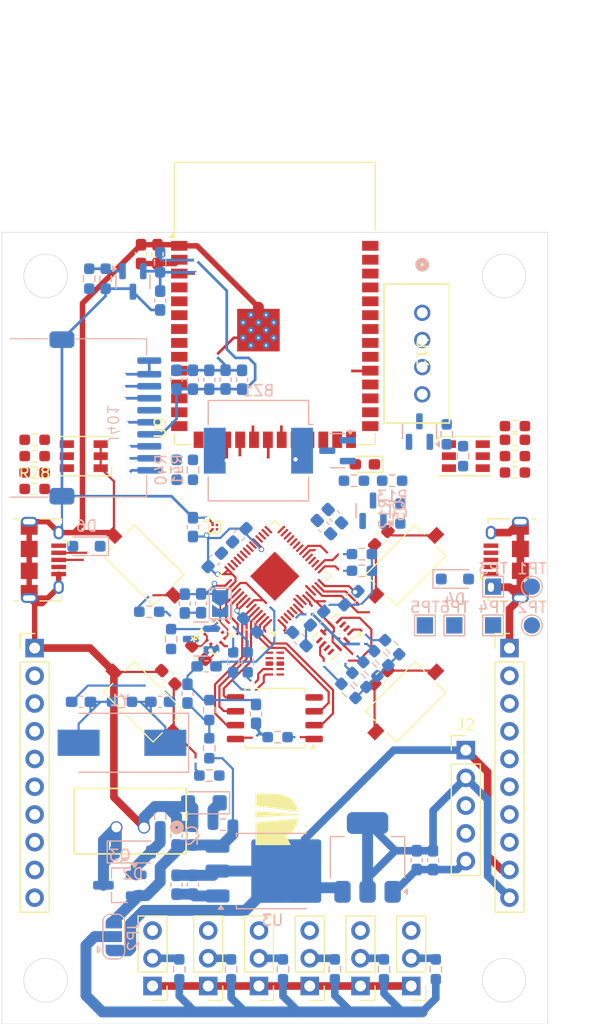
<source format=kicad_pcb>
(kicad_pcb (version 20240108) (generator "pcbnew") (generator_version "8.0")
  (layers (0 "F.Cu" signal) (1 "In1.Cu" signal) (2 "In2.Cu" signal) (31 "B.Cu" signal) (34 "B.Paste" user) (35 "F.Paste" user) (36 "B.SilkS" user "B.Silkscreen") (37 "F.SilkS" user "F.Silkscreen") (38 "B.Mask" user) (39 "F.Mask" user) (44 "Edge.Cuts" user))
  (net 0 "")
  (net 1 "Net-(D1-AR)")
  (net 2 "Net-(D1-AG)")
  (net 3 "Net-(D1-AB)")
  (net 4 "GND")
  (net 5 "+BATT")
  (net 6 "Net-(C6-Pad1)")
  (net 7 "+5V")
  (net 8 "+3V3")
  (net 10 "+1V1")
  (net 11 "Net-(D2-A)")
  (net 12 "ADC3")
  (net 13 "Net-(D3-A1)")
  (net 14 "ADC_VREF")
  (net 15 "Net-(JP1-B)")
  (net 16 "SDA1")
  (net 17 "SCL1")
  (net 18 "SER_1")
  (net 19 "SER_2")
  (net 20 "Net-(J5-Pin_2)")
  (net 21 "SER_3")
  (net 22 "Net-(J6-Pin_2)")
  (net 23 "Net-(J7-Pin_2)")
  (net 24 "SER_4")
  (net 25 "SWCLK")
  (net 26 "SWD")
  (net 27 "Net-(J9-Pin_2)")
  (net 28 "SER_5")
  (net 29 "Net-(JP2-C)")
  (net 30 "LED_R")
  (net 31 "LED_G")
  (net 32 "LED_B")
  (net 33 "BMI_INT2")
  (net 34 "BMI_INT1")
  (net 35 "BMP_INT")
  (net 36 "Net-(U2-XIN)")
  (net 37 "Net-(C7-Pad1)")
  (net 38 "Net-(U2-XOUT)")
  (net 39 "USB1_D-")
  (net 40 "USB1_D+")
  (net 41 "Net-(J8-Pin_2)")
  (net 43 "Net-(U8-SDO)")
  (net 44 "Net-(U1-DI(IO0))")
  (net 45 "Net-(U1-DO(IO1))")
  (net 46 "Net-(U1-CLK)")
  (net 47 "Net-(U1-IO3)")
  (net 48 "Net-(U1-IO2)")
  (net 49 "Net-(D4-A)")
  (net 58 "Net-(D5-AR)")
  (net 64 "Net-(D5-AB)")
  (net 66 "Net-(D5-AG)")
  (net 68 "ESP32_RST")
  (net 70 "LED2_G")
  (net 71 "LED2_B")
  (net 73 "LED2_R")
  (net 76 "Net-(Q1-S)")
  (net 84 "SPI0_CLK")
  (net 85 "Net-(D6-A)")
  (net 86 "SPI_CS")
  (net 90 "USB2_D+")
  (net 91 "USB2_D-")
  (net 92 "Net-(Q1-G)")
  (net 93 "SD_CD")
  (net 94 "SPI_BIT3")
  (net 95 "SPI0_MISO")
  (net 96 "SPI_BIT2")
  (net 97 "SPI0_MOSI")
  (net 98 "UART1_TX")
  (net 99 "UART1_RX")
  (net 101 "SCL0")
  (net 102 "SDA0")
  (net 103 "Net-(R18-Pad1)")
  (net 104 "/RP2040 section/QSPI_SS")
  (net 105 "Net-(U2-USB_DM)")
  (net 106 "Net-(U2-USB_DP)")
  (net 107 "SER_6")
  (net 108 "Net-(J4-Pin_2)")
  (net 109 "Net-(J4-Pin_1)")
  (net 110 "Net-(BZ1-+)")
  (net 111 "Net-(D7-A)")
  (net 112 "BUZZER")
  (net 113 "Net-(D2-K)")
  (net 114 "GPIO17")
  (net 115 "ADC1")
  (net 116 "GPIO18")
  (net 117 "ADC0")
  (net 118 "ADC2")
  (net 119 "GPIO15")
  (net 120 "GPIO16")
  (net 121 "Net-(Q4-S)")
  (net 122 "GPIO6_esp")
  (net 123 "SPI0_CS2")
  (net 124 "GPIO5_esp")
  (net 125 "GPIO4_esp")
  (net 126 "Net-(Q4-G)")
  (net 127 "ESP32_BOOT")
  (net 128 "Net-(Q5-S)")
  (net 129 "Net-(Q5-G)")
  (net 130 "RP2040_RST")
  (net 131 "Net-(U9-IO20)")
  (net 132 "Net-(U9-IO19)")
  (footprint "25SH_B_02_TS:CONN2_H-B-02-TS_ADM" (layer "F.Cu") (at 110.82 90.4 180)
    (property "Reference" "J1" (hide yes))
    (property "Value" "BATT IN")
  )
  (footprint "LED_SMD:LED_RGB_PLCC-6" (layer "F.Cu") (at 105.3 56.4 180)
    (property "Reference" "D1" (hide yes))
    (property "Value" "CLX6F-FKC" (hide yes))
  )
  (footprint "LED_SMD:LED_0603_1608Metric_Pad1.05x0.95mm_HandSolder" (layer "F.Cu") (at 131.05 57.15 180)
    (property "Reference" "D7" (hide yes))
    (property "Value" "LED" (hide yes))
  )
  (footprint "Resistor_SMD:R_0603_1608Metric_Pad0.98x0.95mm_HandSolder" (layer "F.Cu") (at 144.8 56.4 180)
    (property "Reference" "R29" (hide yes))
    (property "Value" "27" (hide yes))
  )
  (footprint "LOGO" (layer "F.Cu") (at 122.8 89.65)
    (property "Reference" "_")
    (property "Value" "LOGO" (hide yes))
  )
  (footprint "Connector_PinHeader_2.54mm:PinHeader_1x03_P2.54mm_Vertical" (layer "F.Cu") (at 126 104.925 180)
    (property "Reference" "J7" (hide yes))
    (property "Value" "servo 3" (hide yes))
  )
  (footprint "Connector_PinHeader_2.54mm:PinHeader_1x03_P2.54mm_Vertical" (layer "F.Cu") (at 130.65 104.925 180)
    (property "Reference" "J6" (hide yes))
    (property "Value" "servo 2" (hide yes))
  )
  (footprint "Resistor_SMD:R_0603_1608Metric_Pad0.98x0.95mm_HandSolder" (layer "F.Cu") (at 144.8 54.9 180)
    (property "Reference" "R30" (hide yes))
    (property "Value" "27" (hide yes))
  )
  (footprint "Connector_PinHeader_2.54mm:PinHeader_1x10_P2.54mm_Vertical" (layer "F.Cu") (at 100.8 73.975)
    (property "Reference" "J12" (hide yes))
    (property "Value" "Conn_01x10_Pin" (hide yes))
  )
  (footprint "LED_SMD:LED_RGB_PLCC-6" (layer "F.Cu") (at 140.3 56.4)
    (property "Reference" "D5" (hide yes))
    (property "Value" "CLX6F-FKC" (hide yes))
  )
  (footprint "RF_Module:ESP32-S3-WROOM-1" (layer "F.Cu") (at 122.8 42.4)
    (property "Reference" "U9")
    (property "Value" "ESP32-S3-WROOM-1")
  )
  (footprint "Capacitor_SMD:C_0603_1608Metric_Pad1.08x0.95mm_HandSolder" (layer "F.Cu") (at 132.55 76.65 -135)
    (property "Reference" "C25" (hide yes))
    (property "Value" "100n" (hide yes))
  )
  (footprint "Resistor_SMD:R_0603_1608Metric_Pad0.98x0.95mm_HandSolder" (layer "F.Cu") (at 100.8 54.9)
    (property "Reference" "R14" (hide yes))
    (property "Value" "60" (hide yes))
  )
  (footprint "Resistor_SMD:R_0603_1608Metric_Pad0.98x0.95mm_HandSolder" (layer "F.Cu") (at 144.8 53.65 180)
    (property "Reference" "R31" (hide yes))
    (property "Value" "27" (hide yes))
  )
  (footprint "Capacitor_SMD:C_0603_1608Metric_Pad1.08x0.95mm_HandSolder" (layer "F.Cu") (at 112.05 37.9 -90)
    (property "Reference" "C401" (hide yes))
    (property "Value" "100n" (hide yes))
  )
  (footprint "Connector_PinHeader_2.54mm:PinHeader_1x03_P2.54mm_Vertical" (layer "F.Cu") (at 111.6 104.925 180)
    (property "Reference" "J4" (hide yes))
    (property "Value" "servo 6" (hide yes))
  )
  (footprint "Connector_PinHeader_2.54mm:PinHeader_1x03_P2.54mm_Vertical" (layer "F.Cu") (at 116.7 104.925 180)
    (property "Reference" "J9" (hide yes))
    (property "Value" "servo 5" (hide yes))
  )
  (footprint "Package_BGA:WLP-4_0.86x0.86mm_P0.4mm" (layer "F.Cu") (at 117.3 62.9)
    (property "Reference" "U7" (hide yes))
    (property "Value" "MMC5633NJL" (hide yes))
  )
  (footprint "Button_Switch_SMD:SW_Tactile_SPST_NO_Straight_CK_PTS636Sx25SMTRLFS" (layer "F.Cu") (at 134.8 66.4 45)
    (property "Reference" "SW4" (hide yes))
    (property "Value" "ESP32 RST")
  )
  (footprint "Package_DFN_QFN:QFN-56-1EP_7x7mm_P0.4mm_EP3.2x3.2mm" (layer "F.Cu") (at 122.8 67.4 135)
    (property "Reference" "U2" (hide yes))
    (property "Value" "RP2040")
  )
  (footprint "Button_Switch_SMD:SW_Tactile_SPST_NO_Straight_CK_PTS636Sx25SMTRLFS" (layer "F.Cu") (at 110.8 66.4 -45)
    (property "Reference" "SW301" (hide yes))
    (property "Value" "2040 BOOTSEL")
  )
  (footprint "Button_Switch_SMD:SW_Tactile_SPST_NO_Straight_CK_PTS636Sx25SMTRLFS" (layer "F.Cu") (at 110.8 78.9 -45)
    (property "Reference" "SW1" (hide yes))
    (property "Value" "2040 RST")
  )
  (footprint "25SH_B_04_TS_:CONN_25SH-B-04-TS_ADM" (layer "F.Cu") (at 136.308 43.2711 -90)
    (property "Reference" "U11")
    (property "Value" "25SH-B-04-TS")
  )
  (footprint "Capacitor_SMD:C_0603_1608Metric_Pad1.08x0.95mm_HandSolder" (layer "F.Cu") (at 113.05 76.65 135)
    (property "Reference" "C11" (hide yes))
    (property "Value" "100n" (hide yes))
  )
  (footprint "Connector_PinHeader_2.54mm:PinHeader_1x03_P2.54mm_Vertical" (layer "F.Cu") (at 121.35 104.925 180)
    (property "Reference" "J8" (hide yes))
    (property "Value" "servo 4" (hide yes))
  )
  (footprint "Package_SO:SOIC-8_5.23x5.23mm_P1.27mm" (layer "F.Cu") (at 122.8 80.4 180)
    (property "Reference" "U1" (hide yes))
    (property "Value" "W25Q32JVSS" (hide yes))
  )
  (footprint "Capacitor_SMD:C_0603_1608Metric_Pad1.08x0.95mm_HandSolder" (layer "F.Cu") (at 110.54 37.9 90)
    (property "Reference" "C405" (hide yes))
    (property "Value" "10u" (hide yes))
  )
  (footprint "footprints:QFN10_BMP581_BOS" (layer "F.Cu") (at 117.3 72.9 45)
    (property "Reference" "U6" (hide yes))
    (property "Value" "BMP581" (hide yes))
  )
  (footprint "Capacitor_SMD:C_0603_1608Metric_Pad1.08x0.95mm_HandSolder" (layer "F.Cu") (at 115.8 74.4 135)
    (property "Reference" "C18" (hide yes))
    (property "Value" "100n" (hide yes))
  )
  (footprint "Capacitor_SMD:C_0603_1608Metric_Pad1.08x0.95mm_HandSolder" (layer "F.Cu") (at 132.55 63.9 -135)
    (property "Reference" "C402" (hide yes))
    (property "Value" "100n" (hide yes))
  )
  (footprint "Resistor_SMD:R_0603_1608Metric_Pad0.98x0.95mm_HandSolder" (layer "F.Cu") (at 144.8 57.9 180)
    (property "Reference" "R32" (hide yes))
    (property "Value" "60" (hide yes))
  )
  (footprint "Resistor_SMD:R_0603_1608Metric_Pad0.98x0.95mm_HandSolder" (layer "F.Cu") (at 100.8 59.4)
    (property "Reference" "R28")
    (property "Value" "27")
  )
  (footprint "Connector_PinHeader_2.54mm:PinHeader_1x03_P2.54mm_Vertical" (layer "F.Cu") (at 135.3 104.925 180)
    (property "Reference" "J5" (hide yes))
    (property "Value" "servo 1" (hide yes))
  )
  (footprint "Connector_USB:USB_Micro-B_Amphenol_10118194_Horizontal" (layer "F.Cu") (at 144 65.9 90)
    (property "Reference" "J10" (hide yes))
    (property "Value" "USB_ESP32")
  )
  (footprint "Resistor_SMD:R_0603_1608Metric_Pad0.98x0.95mm_HandSolder" (layer "F.Cu") (at 100.8 57.9)
    (property "Reference" "R16" (hide yes))
    (property "Value" "27" (hide yes))
  )
  (footprint "Connector_PinHeader_2.54mm:PinHeader_1x05_P2.54mm_Vertical" (layer "F.Cu") (at 140.3 83.325)
    (property "Reference" "J2")
    (property "Value" "Conn_01x05_Pin" (hide yes))
  )
  (footprint "Resistor_SMD:R_0603_1608Metric_Pad0.98x0.95mm_HandSolder" (layer "F.Cu") (at 100.8 56.4)
    (property "Reference" "R15" (hide yes))
    (property "Value" "27" (hide yes))
  )
  (footprint "Connector_PinHeader_2.54mm:PinHeader_1x10_P2.54mm_Vertical" (layer "F.Cu") (at 144.3 73.975)
    (property "Reference" "J11" (hide yes))
    (property "Value" "Conn_01x10_Pin" (hide yes))
  )
  (footprint "10-UFDNF:10-UFDNF(2.5mm-1mm)" (layer "F.Cu") (at 122.8 75.4)
    (property "Reference" "U10" (hide yes))
    (property "Value" "~" (hide yes))
  )
  (footprint "Package_LGA:Bosch_LGA-14_3x2.5mm_P0.5mm" (layer "F.Cu") (at 128.3 72.9 -135)
    (property "Reference" "U8" (hide yes))
    (property "Value" "BMI160" (hide yes))
  )
  (footprint "Button_Switch_SMD:SW_Tactile_SPST_NO_Straight_CK_PTS636Sx25SMTRLFS" (layer "F.Cu") (at 134.8 78.9 45)
    (property "Reference" "SW2" (hide yes))
    (property "Value" "ESP32 BOOT")
  )
  (footprint "Connector_USB:USB_Micro-B_Amphenol_10118194_Horizontal" (layer "F.Cu") (at 101.6 65.9 -90)
    (property "Reference" "J3" (hide yes))
    (property "Value" "USB_RP2040" (hide yes))
  )
  (footprint "Capacitor_SMD:C_0603_1608Metric_Pad1.08x0.95mm_HandSolder" (layer "B.Cu") (at 121.0792 80.0017 90)
    (property "Reference" "C5" (hide yes))
    (property "Value" "100n" (hide yes))
  )
  (footprint "Capacitor_SMD:C_0603_1608Metric_Pad1.08x0.95mm_HandSolder" (layer "B.Cu") (at 112.3 78.9)
    (property "Reference" "C7" (hide yes))
    (property "Value" "30p" (hide yes))
  )
  (footprint "Capacitor_SMD:C_0603_1608Metric_Pad1.08x0.95mm_HandSolder" (layer "B.Cu") (at 119.55 63.65 45)
    (property "Reference" "C29" (hide yes))
    (property "Value" "100n" (hide yes))
  )
  (footprint "Capacitor_SMD:C_0603_1608Metric_Pad1.08x0.95mm_HandSolder" (layer "B.Cu") (at 116.05 69.875 -90)
    (property "Reference" "C14" (hide yes))
    (property "Value" "100n" (hide yes))
  )
  (footprint "Resistor_SMD:R_0603_1608Metric_Pad0.98x0.95mm_HandSolder" (layer "B.Cu") (at 134.3 61.65 -90)
    (property "Reference" "R12")
    (property "Value" "1k")
  )
  (footprint "Diode_SMD:D_SMF" (layer "B.Cu") (at 116.3 88.15 180)
    (property "Reference" "D3" (hide yes))
    (property "Value" "SMF10A" (hide yes))
  )
  (footprint "Capacitor_SMD:C_0603_1608Metric_Pad1.08x0.95mm_HandSolder" (layer "B.Cu") (at 137.3 93.4 -90)
    (property "Reference" "C20" (hide yes))
    (property "Value" "1u")
  )
  (footprint "Resistor_SMD:R_0603_1608Metric_Pad0.98x0.95mm_HandSolder" (layer "B.Cu") (at 133.55 58.65)
    (property "Reference" "R13")
    (property "Value" "10k")
  )
  (footprint "Resistor_SMD:R_0603_1608Metric_Pad0.98x0.95mm_HandSolder" (layer "B.Cu") (at 115.3 57.65 -90)
    (property "Reference" "R41")
    (property "Value" "27")
  )
  (footprint "Jumper:SolderJumper-3_P1.3mm_Open_RoundedPad1.0x1.5mm" (layer "B.Cu") (at 108.05 100.4 90)
    (property "Reference" "JP2")
    (property "Value" "~")
  )
  (footprint "Package_TO_SOT_SMD:SOT-23_Handsoldering" (layer "B.Cu") (at 108.6 95.7 180)
    (property "Reference" "Q3")
    (property "Value" "AO3401A" (hide yes))
  )
  (footprint "TestPoint:TestPoint_Pad_1.5x1.5mm" (layer "B.Cu") (at 142.8 71.9 180)
    (property "Reference" "TP4")
    (property "Value" "TestPoint_Flag" (hide yes))
  )
  (footprint "Resistor_SMD:R_0603_1608Metric_Pad0.98x0.95mm_HandSolder" (layer "B.Cu") (at 132.8 103.4 -90)
    (property "Reference" "R6" (hide yes))
    (property "Value" "150" (hide yes))
  )
  (footprint "Package_TO_SOT_SMD:SOT-23" (layer "B.Cu") (at 128.55 55.9 180)
    (property "Reference" "Q2" (hide yes))
    (property "Value" "2N7002" (hide yes))
  )
  (footprint "Resistor_SMD:R_0603_1608Metric_Pad0.98x0.95mm_HandSolder" (layer "B.Cu") (at 112.3 89.4 90)
    (property "Reference" "R37" (hide yes))
    (property "Value" "1k" (hide yes))
  )
  (footprint "TestPoint:TestPoint_Pad_1.5x1.5mm" (layer "B.Cu") (at 139.25 71.9 180)
    (property "Reference" "TP6")
    (property "Value" "TestPoint_Flag" (hide yes))
  )
  (footprint "Resistor_SMD:R_0603_1608Metric_Pad0.98x0.95mm_HandSolder" (layer "B.Cu") (at 130.782 66.8964 180)
    (property "Reference" "R27" (hide yes))
    (property "Value" "4.7k" (hide yes))
  )
  (footprint "Package_TO_SOT_SMD:SOT-23" (layer "B.Cu") (at 116.05 73.15 180)
    (property "Reference" "U5" (hide yes))
    (property "Value" "LM4040DBZ-3" (hide yes))
  )
  (footprint "Resistor_SMD:R_0603_1608Metric_Pad0.98x0.95mm_HandSolder" (layer "B.Cu") (at 137.55 103.4 -90)
    (property "Reference" "R4" (hide yes))
    (property "Value" "150" (hide yes))
  )
  (footprint "Resistor_SMD:R_0603_1608Metric_Pad0.98x0.95mm_HandSolder" (layer "B.Cu") (at 140.05 56.4 90)
    (property "Reference" "R38" (hide yes))
    (property "Value" "1k" (hide yes))
  )
  (footprint "Buzzer_Beeper:Buzzer_CUI_CPT-9019S-SMT" (layer "B.Cu") (at 121.3 55.9 180)
    (property "Reference" "BZ1")
    (property "Value" "Buzzer")
  )
  (footprint "Resistor_SMD:R_0603_1608Metric_Pad0.98x0.95mm_HandSolder" (layer "B.Cu") (at 105.8 40.15 90)
    (property "Reference" "R23" (hide yes))
    (property "Value" "1k" (hide yes))
  )
  (footprint "Capacitor_SMD:C_0603_1608Metric_Pad1.08x0.95mm_HandSolder" (layer "B.Cu") (at 113.8 95.65 -90)
    (property "Reference" "C3" (hide yes))
    (property "Value" "22u")
  )
  (footprint "TestPoint:TestPoint_Pad_D1.5mm" (layer "B.Cu") (at 146.35 71.9 180)
    (property "Reference" "TP2")
    (property "Value" "TestPoint" (hide yes))
  )
  (footprint "Resistor_SMD:R_0603_1608Metric_Pad0.98x0.95mm_HandSolder" (layer "B.Cu") (at 114.05 103.4 -90)
    (property "Reference" "R22" (hide yes))
    (property "Value" "150" (hide yes))
  )
  (footprint "Resistor_SMD:R_0603_1608Metric_Pad0.98x0.95mm_HandSolder" (layer "B.Cu") (at 138.55 54.4 -90)
    (property "Reference" "R39" (hide yes))
    (property "Value" "10k" (hide yes))
  )
  (footprint "Diode_SMD:D_SOD-323_HandSoldering" (layer "B.Cu") (at 105.55 64.65 180)
    (property "Reference" "D6")
    (property "Value" "D_Schottky")
  )
  (footprint "Package_TO_SOT_SMD:TO-252-3_TabPin2" (layer "B.Cu") (at 122.59 94.4)
    (property "Reference" "U3")
    (property "Value" "AZ1084-5.0" (hide yes))
  )
  (footprint "Resistor_SMD:R_0603_1608Metric_Pad0.98x0.95mm_HandSolder" (layer "B.Cu") (at 116.8 85.65 180)
    (property "Reference" "R11" (hide yes))
    (property "Value" "10k")
  )
  (footprint "Resistor_SMD:R_0603_1608Metric_Pad0.98x0.95mm_HandSolder" (layer "B.Cu") (at 107.3 40.15 90)
    (property "Reference" "R35" (hide yes))
    (property "Value" "10k" (hide yes))
  )
  (footprint "Package_TO_SOT_SMD:SOT-23" (layer "B.Cu") (at 136.05 54.15 90)
    (property "Reference" "Q4" (hide yes))
    (property "Value" "2N7002" (hide yes))
  )
  (footprint "Capacitor_SMD:C_0603_1608Metric_Pad1.08x0.95mm_HandSolder" (layer "B.Cu") (at 118.29 49.3875 90)
    (property "Reference" "C27" (hide yes))
    (property "Value" "100n" (hide yes))
  )
  (footprint "Capacitor_SMD:C_0603_1608Metric_Pad1.08x0.95mm_HandSolder" (layer "B.Cu") (at 127.3 62.9 -45)
    (property "Reference" "C24" (hide yes))
    (property "Value" "1u" (hide yes))
  )
  (footprint "Capacitor_SMD:C_0603_1608Metric_Pad1.08x0.95mm_HandSolder" (layer "B.Cu") (at 117.3 65.9 -135)
    (property "Reference" "C30" (hide yes))
    (property "Value" "100n" (hide yes))
  )
  (footprint "Capacitor_SMD:C_0603_1608Metric_Pad1.08x0.95mm_HandSolder" (layer "B.Cu") (at 115.3 62.9 -90)
    (property "Reference" "C16" (hide yes))
    (property "Value" "100n")
  )
  (footprint "Resistor_SMD:R_0603_1608Metric_Pad0.98x0.95mm_HandSolder" (layer "B.Cu") (at 128.3 103.4 -90)
    (property "Reference" "R7" (hide yes))
    (property "Value" "150" (hide yes))
  )
  (footprint "Resistor_SMD:R_0603_1608Metric_Pad0.98x0.95mm_HandSolder" (layer "B.Cu") (at 120.3172 75.2784 90)
    (property "Reference" "R20" (hide yes))
    (property "Value" "27" (hide yes))
  )
  (footprint "Resistor_SMD:R_0603_1608Metric_Pad0.98x0.95mm_HandSolder" (layer "B.Cu") (at 118.8 103.4 -90)
    (property "Reference" "R9" (hide yes))
    (property "Value" "150" (hide yes))
  )
  (footprint "Resistor_SMD:R_0603_1608Metric_Pad0.98x0.95mm_HandSolder" (layer "B.Cu") (at 113.3 73.15 90)
    (property "Reference" "R5" (hide yes))
    (property "Value" "150" (hide yes))
  )
  (footprint "Capacitor_SMD:C_0603_1608Metric_Pad1.08x0.95mm_HandSolder" (layer "B.Cu") (at 115.3 49.4 -90)
    (property "Reference" "C404" (hide yes))
    (property "Value" "22u" (hide yes))
  )
  (footprint "Capacitor_SMD:C_0603_1608Metric_Pad1.08x0.95mm_HandSolder" (layer "B.Cu") (at 114.8 78.15 90)
    (property "Reference" "C13" (hide yes))
    (property "Value" "100n" (hide yes))
  )
  (footprint "Diode_SMD:D_SOD-123" (layer "B.Cu") (at 109.8 92.65)
    (property "Reference" "D2")
    (property "Value" "D_Zener")
  )
  (footprint "Capacitor_SMD:C_0603_1608Metric_Pad1.08x0.95mm_HandSolder" (layer "B.Cu") (at 113.8 91.15 90)
    (property "Reference" "C2")
    (property "Value" "10u")
  )
  (footprint "Resistor_SMD:R_0603_1608Metric_Pad0.98x0.95mm_HandSolder" (layer "B.Cu") (at 130.05 58.65)
    (property "Reference" "R36" (hide yes))
    (property "Value" "10k" (hide yes))
  )
  (footprint "Capacitor_SMD:C_0603_1608Metric_Pad1.08x0.95mm_HandSolder" (layer "B.Cu") (at 119.8 49.4 -90)
    (property "Reference" "C28" (hide yes))
    (property "Value" "1u" (hide yes))
  )
  (footprint "MSD11-CUI_cardconn:MSD11_card_conn" (layer "B.Cu") (at 103.3 52.9 90)
    (property "Reference" "J401")
    (property "Value" "SD CARD")
  )
  (footprint "Resistor_SMD:R_0603_1608Metric_Pad0.98x0.95mm_HandSolder" (layer "B.Cu") (at 130.782 65.3724 180)
    (property "Reference" "R26" (hide yes))
    (property "Value" "4.7k" (hide yes))
  )
  (footprint "Resistor_SMD:R_0603_1608Metric_Pad0.98x0.95mm_HandSolder" (layer "B.Cu") (at 123.0604 82.1364)
    (property "Reference" "R19" (hide yes))
    (property "Value" "10k" (hide yes))
  )
  (footprint "Capacitor_SMD:C_0603_1608Metric_Pad1.08x0.95mm_HandSolder" (layer "B.Cu") (at 105.05 78.9 180)
    (property "Reference" "C6" (hide yes))
    (property "Value" "30p" (hide yes))
  )
  (footprint "Resistor_SMD:R_0603_1608Metric_Pad0.98x0.95mm_HandSolder" (layer "B.Cu") (at 132.55 74.9 -45)
    (property "Reference" "R24" (hide yes))
    (property "Value" "4.7k" (hide yes))
  )
  (footprint "Crystal:Crystal_SMD_FOX_FE-2Pin_7.5x5.0mm_HandSoldering" (layer "B.Cu") (at 108.8 82.65 180)
    (property "Reference" "Y1")
    (property "Value" "Crystal")
  )
  (footprint "Resistor_SMD:R_0603_1608Metric_Pad0.98x0.95mm_HandSolder" (layer "B.Cu") (at 129.55 77.9 -45)
    (property "Reference" "R34" (hide yes))
    (property "Value" "4.7k" (hide yes))
  )
  (footprint "Diode_SMD:D_SOD-323_HandSoldering" (layer "B.Cu") (at 139.3 67.65)
    (property "Reference" "D4")
    (property "Value" "D_Schottky")
  )
  (footprint "Capacitor_SMD:C_0603_1608Metric_Pad1.08x0.95mm_HandSolder" (layer "B.Cu") (at 129.8 69.4 -135)
    (property "Reference" "C19" (hide yes))
    (property "Value" "100n" (hide yes))
  )
  (footprint "Capacitor_SMD:C_0603_1608Metric_Pad1.08x0.95mm_HandSolder" (layer "B.Cu") (at 125.05 73.15 135)
    (property "Reference" "C31" (hide yes))
    (property "Value" "100n" (hide yes))
  )
  (footprint "Capacitor_SMD:C_0603_1608Metric_Pad1.08x0.95mm_HandSolder" (layer "B.Cu") (at 116.55 75.65 180)
    (property "Reference" "C8" (hide yes))
    (property "Value" "1u" (hide yes))
  )
  (footprint "Capacitor_SMD:C_0603_1608Metric_Pad1.08x0.95mm_HandSolder" (layer "B.Cu") (at 115.3 95.65 -90)
    (property "Reference" "C4" (hide yes))
    (property "Value" "1u")
  )
  (footprint "Resistor_SMD:R_0603_1608Metric_Pad0.98x0.95mm_HandSolder" (layer "B.Cu") (at 118.9896 75.2784 90)
    (property "Reference" "R21" (hide yes))
    (property "Value" "27" (hide yes))
  )
  (footprint "Resistor_SMD:R_0603_1608Metric_Pad0.98x0.95mm_HandSolder" (layer "B.Cu") (at 116.8 83.15 90)
    (property "Reference" "R1" (hide yes))
    (property "Value" "270k" (hide yes))
  )
  (footprint "Package_TO_SOT_SMD:SOT-23" (layer "B.Cu") (at 109.8 40.4 -90)
    (property "Reference" "Q1" (hide yes))
    (property "Value" "2N7002" (hide yes))
  )
  (footprint "Resistor_SMD:R_0603_1608Metric_Pad0.98x0.95mm_HandSolder" (layer "B.Cu") (at 108.8 78.9)
    (property "Reference" "R10" (hide yes))
    (property "Value" "10k(DNP)")
  )
  (footprint "Resistor_SMD:R_0603_1608Metric_Pad0.98x0.95mm_HandSolder" (layer "B.Cu") (at 133.55 73.9 135)
    (property "Reference" "R17" (hide yes))
    (property "Value" "10k(DNP)" (hide yes))
  )
  (footprint "TestPoint:TestPoint_Pad_1.5x1.5mm" (layer "B.Cu") (at 142.8 68.35 180)
    (property "Reference" "TP3")
    (property "Value" "TestPoint_Flag" (hide yes))
  )
  (footprint "Resistor_SMD:R_0603_1608Metric_Pad0.98x0.95mm_HandSolder" (layer "B.Cu") (at 113.8 57.65 -90)
    (property "Reference" "R40")
    (property "Value" "27")
  )
  (footprint "Resistor_SMD:R_0603_1608Metric_Pad0.98x0.95mm_HandSolder" (layer "B.Cu") (at 130.55 76.9 -45)
    (property "Reference" "R33" (hide yes))
    (property "Value" "4.7k" (hide yes))
  )
  (footprint "Capacitor_SMD:C_0603_1608Metric_Pad1.08x0.95mm_HandSolder" (layer "B.Cu") (at 112.3 42.15 -90)
    (property "Reference" "C23" (hide yes))
    (property "Value" "1u" (hide yes))
  )
  (footprint "Capacitor_SMD:C_0603_1608Metric_Pad1.08x0.95mm_HandSolder" (layer "B.Cu") (at 120.55 71.9 135)
    (property "Reference" "C32" (hide yes))
    (property "Value" "100n" (hide yes))
  )
  (footprint "Capacitor_SMD:C_0603_1608Metric_Pad1.08x0.95mm_HandSolder" (layer "B.Cu") (at 113.8 49.4 -90)
    (property "Reference" "C403" (hide yes))
    (property "Value" "22u" (hide yes))
  )
  (footprint "Resistor_SMD:R_0603_1608Metric_Pad0.98x0.95mm_HandSolder" (layer "B.Cu") (at 112.3 38.65 -90)
    (property "Reference" "R401" (hide yes))
    (property "Value" "10k" (hide yes))
  )
  (footprint "Resistor_SMD:R_0603_1608Metric_Pad0.98x0.95mm_HandSolder" (layer "B.Cu") (at 118.05 90.15 180)
    (property "Reference" "R3" (hide yes))
    (property "Value" "10k" (hide yes))
  )
  (footprint "TestPoint:TestPoint_Pad_D1.5mm" (layer "B.Cu") (at 146.35 68.35 180)
    (property "Reference" "TP1")
    (property "Value" "TestPoint" (hide yes))
  )
  (footprint "Capacitor_SMD:C_0603_1608Metric_Pad1.08x0.95mm_HandSolder" (layer "B.Cu") (at 126.6672 71.2652 45)
    (property "Reference" "C33" (hide yes))
    (property "Value" "100n" (hide yes))
  )
  (footprint "Capacitor_SMD:C_0603_1608Metric_Pad1.08x0.95mm_HandSolder" (layer "B.Cu") (at 114.55 69.9 -90)
    (property "Reference" "C10" (hide yes))
    (property "Value" "100n")
  )
  (footprint "Capacitor_SMD:C_0603_1608Metric_Pad1.08x0.95mm_HandSolder" (layer "B.Cu") (at 128.3 61.9 -45)
    (property "Reference" "C9" (hide yes))
    (property "Value" "100n" (hide yes))
  )
  (footprint "Package_TO_SOT_SMD:SOT-223-3_TabPin2" (layer "B.Cu") (at 131.3 93.15 90)
    (property "Reference" "U4" (hide yes))
    (property "Value" "TLV1117-33" (hide yes))
  )
  (footprint "Capacitor_SMD:C_0603_1608Metric_Pad1.08x0.95mm_HandSolder" (layer "B.Cu") (at 135.8 93.4 90)
    (property "Reference" "C22" (hide yes))
    (property "Value" "100n")
  )
  (footprint "Package_TO_SOT_SMD:SOT-23" (layer "B.Cu") (at 131.8 61.4 90)
    (property "Reference" "Q5")
    (property "Value" "2N7002")
  )
  (footprint "Resistor_SMD:R_0603_1608Metric_Pad0.98x0.95mm_HandSolder" (layer "B.Cu") (at 123.55 103.4 -90)
    (property "Reference" "R8" (hide yes))
    (property "Value" "150" (hide yes))
  )
  (footprint "Jumper:SolderJumper-2_P1.3mm_Open_TrianglePad1.0x1.5mm" (layer "B.Cu") (at 117.8 69.9 -90)
    (property "Reference" "JP1" (hide yes))
    (property "Value" "~")
  )
  (footprint "Resistor_SMD:R_0603_1608Metric_Pad0.98x0.95mm_HandSolder" (layer "B.Cu") (at 111.3 70.65)
    (property "Reference" "R18" (hide yes))
    (property "Value" "1K" (hide yes))
  )
  (footprint "TestPoint:TestPoint_Pad_1.5x1.5mm" (layer "B.Cu") (at 136.55 71.9 180)
    (property "Reference" "TP5")
    (property "Value" "TestPoint_Flag" (hide yes))
  )
  (footprint "Resistor_SMD:R_0603_1608Metric_Pad0.98x0.95mm_HandSolder" (layer "B.Cu") (at 116.8 79.65 90)
    (property "Reference" "R2" (hide yes))
    (property "Value" "30k" (hide yes))
  )
  (footprint "Resistor_SMD:R_0603_1608Metric_Pad0.98x0.95mm_HandSolder" (layer "B.Cu") (at 131.55 75.9 -45)
    (property "Reference" "R25" (hide yes))
    (property "Value" "4.7k" (hide yes))
  )
  (footprint "Capacitor_SMD:C_0603_1608Metric_Pad1.08x0.95mm_HandSolder" (layer "B.Cu") (at 115.3 91.15 90)
    (property "Reference" "C1" (hide yes))
    (property "Value" "22u")
  )
  (footprint "Capacitor_SMD:C_0603_1608Metric_Pad1.08x0.95mm_HandSolder" (layer "B.Cu") (at 116.8 49.4 -90)
    (property "Reference" "C26" (hide yes))
    (property "Value" "22u" (hide yes))
  )
  (gr_line (start 97.8 108.4) (end 97.8 35.9) (stroke (width 0.05)) (layer "Edge.Cuts"))
  (gr_circle (center 101.8 39.9) (end 103.8 39.9) (stroke (width 0.05)) (fill none) (layer "Edge.Cuts"))
  (gr_line (start 147.8 108.4) (end 97.8 108.4) (stroke (width 0.05)) (layer "Edge.Cuts"))
  (gr_circle (center 101.8 104.4) (end 101.8 106.4) (stroke (width 0.05)) (fill none) (layer "Edge.Cuts"))
  (gr_circle (center 143.8 104.4) (end 145.8 104.4) (stroke (width 0.05)) (fill none) (layer "Edge.Cuts"))
  (gr_line (start 97.8 35.9) (end 147.8 35.9) (stroke (width 0.05)) (layer "Edge.Cuts"))
  (gr_circle (center 143.8 39.9) (end 145.8 39.9) (stroke (width 0.05)) (fill none) (layer "Edge.Cuts"))
  (gr_line (start 147.8 35.9) (end 147.8 108.4) (stroke (width 0.05)) (layer "Edge.Cuts"))
  (segment (start 116.6 62.7) (end 116.775 62.7) (width 0) (layer "F.Cu") (net 0))
  (segment (start 116.3 62.4) (end 116.6 62.7) (width 0) (layer "F.Cu") (net 0))
  (segment (start 105.875 73.975) (end 108.059961 76.159961) (width 0.7) (layer "F.Cu") (net 4))
  (segment (start 144.3 70.4) (end 145.3 69.4) (width 0.7) (layer "F.Cu") (net 4))
  (segment (start 102 69.4) (end 103 68.4) (width 0.5) (layer "F.Cu") (net 4))
  (segment (start 132.059961 69.140039) (end 132.059961 64.629721) (width 0.2) (layer "F.Cu") (net 4))
  (segment (start 112.05 37.0375) (end 113.9475 37.0375) (width 0.5) (layer "F.Cu") (net 4))
  (segment (start 115.68 37.14) (end 121.3 42.76) (width 0.5) (layer "F.Cu") (net 4))
  (segment (start 145.3 66.9) (end 145.3 62.4) (width 0.7) (layer "F.Cu") (net 4))
  (segment (start 117.493042 73.800147) (end 117.493042 74.27871) (width 0.15) (layer "F.Cu") (net 4))
  (segment (start 108.059961 63.659961) (end 108.059961 58.709961) (width 0.2) (layer "F.Cu") (net 4))
  (segment (start 102 62.4) (end 103 63.4) (width 0.5) (layer "F.Cu") (net 4))
  (segment (start 144.3 68.4) (end 145.3 69.4) (width 0.7) (layer "F.Cu") (net 4))
  (segment (start 110.54 37.0375) (end 112.05 37.0375) (width 0.5) (layer "F.Cu") (net 4))
  (segment (start 116.753406 72.353406) (end 116.753406 72.353405) (width 0.2) (layer "F.Cu") (net 4))
  (segment (start 142.6 63.4) (end 144.3 63.4) (width 0.7) (layer "F.Cu") (net 4))
  (segment (start 117.4 47.2) (end 119.04 45.56) (width 0.25) (layer "F.Cu") (net 4))
  (segment (start 100.3 69.4) (end 102 69.4) (width 0.5) (layer "F.Cu") (net 4))
  (segment (start 107.8 63.4) (end 108.059961 63.659961) (width 0.2) (layer "F.Cu") (net 4))
  (segment (start 100.3 62.4) (end 100.3 63) (width 0.2) (layer "F.Cu") (net 4))
  (segment (start 104.408 63.4) (end 105.1788 62.6292) (width 0.5) (layer "F.Cu") (net 4))
  (segment (start 112.320279 76.159961) (end 112.44012 76.04012) (width 0.2) (layer "F.Cu") (net 4))
  (segment (start 103 63.4) (end 107.8 63.4) (width 0.5) (layer "F.Cu") (net 4))
  (segment (start 100.8 73.975) (end 100.8 69.9) (width 0.5) (layer "F.Cu") (net 4))
  (segment (start 119.04 45.56) (end 119.9 45.56) (width 0.25) (layer "F.Cu") (net 4))
  (segment (start 108.059961 76.159961) (end 112.320279 76.159961) (width 0.2) (layer "F.Cu") (net 4))
  (segment (start 127.584054 72.184054) (end 127.584054 72.184055) (width 0.2) (layer "F.Cu") (net 4))
  (segment (start 100.3 68.8) (end 100.3 69.4) (width 0.2) (layer "F.Cu") (net 4))
  (segment (start 108.059961 58.709961) (end 106.85 57.5) (width 0.2) (layer "F.Cu") (net 4))
  (segment (start 117.1 62.523224) (end 117.1 62.7) (width 0.2) (layer "F.Cu") (net 4))
  (segment (start 132.059961 64.629721) (end 131.94012 64.50988) (width 0.2) (layer "F.Cu") (net 4))
  (segment (start 131.94012 77.25988) (end 131.94012 81.520198) (width 0.2) (layer "F.Cu") (net 4))
  (segment (start 105.1788 42.3987) (end 110.54 37.0375) (width 0.5) (layer "F.Cu") (net 4))
  (segment (start 100.8 69.9) (end 100.3 69.4) (width 0.5) (layer "F.Cu") (net 4))
  (segment (start 116.761872 75.00988) (end 116.40988 75.00988) (width 0.15) (layer "F.Cu") (net 4))
  (segment (start 117.493042 74.27871) (end 116.761872 75.00988) (width 0.15) (layer "F.Cu") (net 4))
  (segment (start 144.3 73.975) (end 144.3 70.4) (width 0.7) (layer "F.Cu") (net 4))
  (segment (start 116.753406 72.353405) (end 117.106958 71.999853) (width 0.2) (layer "F.Cu") (net 4))
  (segment (start 100.3 62.4) (end 102 62.4) (width 0.5) (layer "F.Cu") (net 4))
  (segment (start 113.9475 37.0375) (end 114.05 37.14) (width 0.25) (layer "F.Cu") (net 4))
  (segment (start 110.82 90.4) (end 108.059961 87.639961) (width 0.7) (layer "F.Cu") (net 4))
  (segment (start 116.55 62.15) (end 116.726776 62.15) (width 0.2) (layer "F.Cu") (net 4))
  (segment (start 100.8 69.9) (end 101.5 69.9) (width 0.5) (layer "F.Cu") (net 4))
  (segment (start 103 63.4) (end 104.408 63.4) (width 0.25) (layer "F.Cu") (net 4))
  (segment (start 100.3 69.4) (end 100.3 66.9) (width 0.5) (layer "F.Cu") (net 4))
  (segment (start 114.05 37.14) (end 115.68 37.14) (width 0.5) (layer "F.Cu") (net 4))
  (segment (start 103 67.2) (end 103 68.4) (width 0.5) (layer "F.Cu") (net 4))
  (segment (start 116.726776 62.15) (end 117.1 62.523224) (width 0.2) (layer "F.Cu") (net 4))
  (segment (start 100.3 66.9) (end 100.3 64.9) (width 0.5) (layer "F.Cu") (net 4))
  (segment (start 131.94012 81.520198) (end 132.059961 81.640039) (width 0.2) (layer "F.Cu") (net 4))
  (segment (start 100.3 64.9) (end 100.3 63) (width 0.5) (layer "F.Cu") (net 4))
  (segment (start 121.3 42.76) (end 121.3 44.86) (width 1) (layer "F.Cu") (net 4))
  (segment (start 106.85 57.5) (end 106.85 56.4) (width 0.2) (layer "F.Cu") (net 4))
  (segment (start 108.059961 87.639961) (end 108.059961 76.159961) (width 0.7) (layer "F.Cu") (net 4))
  (segment (start 101.5 69.9) (end 102 69.4) (width 0.5) (layer "F.Cu") (net 4))
  (segment (start 145.3 69.4) (end 145.3 66.9) (width 0.7) (layer "F.Cu") (net 4))
  (segment (start 100.8 73.975) (end 105.875 73.975) (width 0.7) (layer "F.Cu") (net 4))
  (segment (start 105.1788 62.6292) (end 105.1788 42.3987) (width 0.5) (layer "F.Cu") (net 4))
  (segment (start 106.85 56.4) (end 106.85 55.3) (width 0.2) (layer "F.Cu") (net 4))
  (segment (start 142.6 68.4) (end 144.3 68.4) (width 0.7) (layer "F.Cu") (net 4))
  (segment (start 144.3 63.4) (end 145.3 62.4) (width 0.7) (layer "F.Cu") (net 4))
  (segment (start 127.584054 72.184055) (end 127.230501 72.537608) (width 0.2) (layer "F.Cu") (net 4))
  (via (at 116.55 62.15) (size 0.5) (drill 0.35) (layers "F.Cu" "B.Cu") (net 4))
  (via (at 117.4 47.2) (size 0.4) (drill 0.45) (layers "F.Cu" "B.Cu") (net 4))
  (segment (start 114.8 77.2875) (end 114.8 76.5375) (width 0.2) (layer "B.Cu") (net 4))
  (segment (start 110.82 90.4) (end 110.82 89.48) (width 1) (layer "B.Cu") (net 4))
  (segment (start 107.3 41.0625) (end 109.525 41.0625) (width 0.25) (layer "B.Cu") (net 4))
  (segment (start 118.2775 48.5375) (end 118.29 48.525) (width 0.25) (layer "B.Cu") (net 4))
  (segment (start 118.29 48.525) (end 118.29 48.09) (width 0.25) (layer "B.Cu") (net 4))
  (segment (start 133.6 96.3) (end 133.7625 96.3) (width 0.7) (layer "B.Cu") (net 4))
  (segment (start 110.82 89.48) (end 111.8125 88.4875) (width 1) (layer "B.Cu") (net 4))
  (segment (start 114.5125 88.4875) (end 114.85 88.15) (width 1) (layer "B.Cu") (net 4))
  (segment (start 115.4675 96.68) (end 115.3 96.5125) (width 1) (layer "B.Cu") (net 4))
  (segment (start 116.05 70.7375) (end 114.575 70.7375) (width 0.2) (layer "B.Cu") (net 4))
  (segment (start 118.29 48.09) (end 117.4 47.2) (width 0.25) (layer "B.Cu") (net 4))
  (segment (start 116.8 78.7375) (end 116.25 78.7375) (width 0.2) (layer "B.Cu") (net 4))
  (segment (start 133.7625 96.3) (end 135.8 94.2625) (width 0.7) (layer "B.Cu") (net 4))
  (segment (start 107.3 41.73) (end 107.3 41.0625) (width 0.25) (layer "B.Cu") (net 4))
  (segment (start 115.3 62.0375) (end 116.4375 62.0375) (width 0.2) (layer "B.Cu") (net 4))
  (segment (start 116.9875 74.1) (end 115.6875 75.4) (width 0.2) (layer "B.Cu") (net 4))
  (segment (start 113.8 90.2875) (end 113.8 89.3875) (width 1) (layer "B.Cu") (net 4))
  (segment (start 103.3 45.73) (end 107.3 41.73) (width 0.25) (layer "B.Cu") (net 4))
  (segment (start 103.3 63.1) (end 103 63.4) (width 0.2) (layer "B.Cu") (net 4))
  (segment (start 109.8 41.3375) (end 111.475 43.0125) (width 0.25) (layer "B.Cu") (net 4))
  (segment (start 115.3 88.6) (end 114.85 88.15) (width 1) (layer "B.Cu") (net 4))
  (segment (start 115.3 48.5375) (end 113.8 48.5375) (width 0.25) (layer "B.Cu") (net 4))
  (segment (start 115.3 90.2875) (end 115.3 88.6) (width 1) (layer "B.Cu") (net 4))
  (segment (start 115.6875 75.4) (end 115.6875 75.65) (width 0.2) (layer "B.Cu") (net 4))
  (segment (start 121.0792 79.1392) (end 120.6775 78.7375) (width 0.2) (layer "B.Cu") (net 4))
  (segment (start 116.8 48.5375) (end 115.3 48.5375) (width 0.25) (layer "B.Cu") (net 4))
  (segment (start 109.525 41.0625) (end 109.8 41.3375) (width 0.25) (layer "B.Cu") (net 4))
  (segment (start 137.3 94.2625) (end 139.5225 94.2625) (width 0.7) (layer "B.Cu") (net 4))
  (segment (start 111.8125 88.4875) (end 112.3 88.4875) (width 1) (layer "B.Cu") (net 4))
  (segment (start 114.575 70.7375) (end 114.55 70.7625) (width 0.2) (layer "B.Cu") (net 4))
  (segment (start 112.3 88.4875) (end 112.9 88.4875) (width 1) (layer "B.Cu") (net 4))
  (segment (start 117.55 96.68) (end 115.4675 96.68) (width 1) (layer "B.Cu") (net 4))
  (segment (start 139.5225 94.2625) (end 140.3 93.485) (width 0.7) (layer "B.Cu") (net 4))
  (segment (start 113.8 89.3875) (end 112.9 88.4875) (width 1) (layer "B.Cu") (net 4))
  (segment (start 119.8 48.5375) (end 118.3025 48.5375) (width 0.25) (layer "B.Cu") (net 4))
  (segment (start 112.9 88.4875) (end 114.5125 88.4875) (width 1) (layer "B.Cu") (net 4))
  (segment (start 135.8 94.2625) (end 137.3 94.2625) (width 0.7) (layer "B.Cu") (net 4))
  (segment (start 111.475 43.0125) (end 112.3 43.0125) (width 0.25) (layer "B.Cu") (net 4))
  (segment (start 115.3 96.5125) (end 113.8 96.5125) (width 1) (layer "B.Cu") (net 4))
  (segment (start 118.3025 48.5375) (end 118.29 48.525) (width 0.25) (layer "B.Cu") (net 4))
  (segment (start 125.65988 73.75988) (end 125.65988 72.27252) (width 0.2) (layer "B.Cu") (net 4))
  (segment (start 113.3325 60.07) (end 115.3 62.0375) (width 0.25) (layer "B.Cu") (net 4))
  (segment (start 120.6775 78.7375) (end 116.8 78.7375) (width 0.2) (layer "B.Cu") (net 4))
  (segment (start 113.8 90.2875) (end 115.3 90.2875) (width 1) (layer "B.Cu") (net 4))
  (segment (start 114.8 76.5375) (end 115.6875 75.65) (width 0.2) (layer "B.Cu") (net 4))
  (segment (start 116.8 48.5375) (end 118.2775 48.5375) (width 0.25) (layer "B.Cu") (net 4))
  (segment (start 116.25 78.7375) (end 114.8 77.2875) (width 0.2) (layer "B.Cu") (net 4))
  (segment (start 116.4375 62.0375) (end 116.55 62.15) (width 0.2) (layer "B.Cu") (net 4))
  (segment (start 103.3 60.07) (end 103.3 45.73) (width 0.25) (layer "B.Cu") (net 4))
  (segment (start 125.65988 72.27252) (end 126.05732 71.87508) (width 0.2) (layer "B.Cu") (net 4))
  (segment (start 103.3 60.07) (end 113.3325 60.07) (width 0.25) (layer "B.Cu") (net 4))
  (segment (start 103.3 60.07) (end 103.3 63.1) (width 0.2) (layer "B.Cu") (net 4))
  (segment (start 115.8 92.0125) (end 117.4425 92.0125) (width 1) (layer "B.Cu") (net 5))
  (segment (start 115.3 92.0125) (end 114.3375 92.0125) (width 1) (layer "B.Cu") (net 5))
  (segment (start 113.425 92.925) (end 114.3375 92.0125) (width 1) (layer "B.Cu") (net 5))
  (segment (start 113.425 92.925) (end 113.8 92.55) (width 1) (layer "B.Cu") (net 5))
  (segment (start 113.8 92.55) (end 113.8 92.0125) (width 1) (layer "B.Cu") (net 5))
  (segment (start 117.4425 92.0125) (end 117.55 92.12) (width 1) (layer "B.Cu") (net 5))
  (segment (start 112.3 95.4) (end 112.3 94.05) (width 1) (layer "B.Cu") (net 5))
  (segment (start 113.8 92.0125) (end 115.3 92.0125) (width 1) (layer "B.Cu") (net 5))
  (segment (start 117.88 92.12) (end 118.9625 91.0375) (width 1) (layer "B.Cu") (net 5))
  (segment (start 118.9625 85.0489) (end 117.9761 84.0625) (width 0.2) (layer "B.Cu") (net 5))
  (segment (start 108.05 99.1) (end 108.05 98.95) (width 1) (layer "B.Cu") (net 5))
  (segment (start 114.3375 92.0125) (end 115.8 92.0125) (width 1) (layer "B.Cu") (net 5))
  (segment (start 118.9625 91.0375) (end 118.9625 90.15) (width 1) (layer "B.Cu") (net 5))
  (segment (start 117.55 92.12) (end 117.88 92.12) (width 1) (layer "B.Cu") (net 5))
  (segment (start 118.9625 90.15) (end 118.9625 85.0489) (width 0.2) (layer "B.Cu") (net 5))
  (segment (start 110.1 96.65) (end 111.05 96.65) (width 1) (layer "B.Cu") (net 5))
  (segment (start 111.05 96.65) (end 112.3 95.4) (width 1) (layer "B.Cu") (net 5))
  (segment (start 108.05 98.95) (end 110.4 96.6) (width 1) (layer "B.Cu") (net 5))
  (segment (start 115.3 92.0125) (end 115.8 92.0125) (width 1) (layer "B.Cu") (net 5))
  (segment (start 117.9761 84.0625) (end 116.8 84.0625) (width 0.2) (layer "B.Cu") (net 5))
  (segment (start 112.3 94.05) (end 113.425 92.925) (width 1) (layer "B.Cu") (net 5))
  (segment (start 105.9125 79.8279) (end 105.9125 78.9) (width 0.2) (layer "B.Cu") (net 6))
  (segment (start 104.825 82.65) (end 104.825 80.9154) (width 0.2) (layer "B.Cu") (net 6))
  (segment (start 105.9125 78.9) (end 107.8875 78.9) (width 0.2) (layer "B.Cu") (net 6))
  (segment (start 106.8404 78.9) (end 105.9125 79.8279) (width 0.2) (layer "B.Cu") (net 6))
  (segment (start 107.8875 78.9) (end 106.8404 78.9) (width 0.2) (layer "B.Cu") (net 6))
  (segment (start 104.825 80.9154) (end 105.9125 79.8279) (width 0.2) (layer "B.Cu") (net 6))
  (segment (start 142.3 93) (end 143.595 94.295) (width 0.7) (layer "F.Cu") (net 7))
  (segment (start 140.3 83.325) (end 142.3 85.325) (width 0.7) (layer "F.Cu") (net 7))
  (segment (start 143.595 94.295) (end 144.3 94.295) (width 0.7) (layer "F.Cu") (net 7))
  (segment (start 142.3 85.325) (end 142.3 93) (width 0.7) (layer "F.Cu") (net 7))
  (segment (start 115.3 94.7875) (end 117.1625 94.7875) (width 1) (layer "B.Cu") (net 7))
  (segment (start 125.525 95.925) (end 128.625 95.925) (width 1) (layer "B.Cu") (net 7))
  (segment (start 120.1 98) (end 122.175 95.925) (width 1) (layer "B.Cu") (net 7))
  (segment (start 109.6 101.5) (end 109.6 99.2) (width 1) (layer "B.Cu") (net 7))
  (segment (start 113.8 94.7875) (end 115.3 94.7875) (width 1) (layer "B.Cu") (net 7))
  (segment (start 109.6 99.2) (end 110.8 98) (width 1) (layer "B.Cu") (net 7))
  (segment (start 133.7 83.325) (end 140.3 83.325) (width 0.7) (layer "B.Cu") (net 7))
  (segment (start 125.525 92.875) (end 125.525 91.5) (width 0.7) (layer "B.Cu") (net 7))
  (segment (start 125.525 91.5) (end 133.7 83.325) (width 0.7) (layer "B.Cu") (net 7))
  (segment (start 109.4 101.7) (end 109.6 101.5) (width 1) (layer "B.Cu") (net 7))
  (segment (start 110.8 98) (end 120.1 98) (width 1) (layer "B.Cu") (net 7))
  (segment (start 117.1625 94.7875) (end 117.55 94.4) (width 1) (layer "B.Cu") (net 7))
  (segment (start 128.625 95.925) (end 129 96.3) (width 1) (layer "B.Cu") (net 7))
  (segment (start 108.05 101.7) (end 109.4 101.7) (width 1) (layer "B.Cu") (net 7))
  (segment (start 117.55 94.4) (end 123.85 94.4) (width 1) (layer "B.Cu") (net 7))
  (segment (start 119.1996 67.889127) (end 118.813684 68.275043) (width 0.2) (layer "F.Cu") (net 8))
  (segment (start 116.585609 73.260837) (end 116.585609 72.892714) (width 0.15) (layer "F.Cu") (net 8))
  (segment (start 121.577513 64.763296) (end 121.076429 64.262212) (width 0.2) (layer "F.Cu") (net 8))
  (segment (start 120.9776 82.1872) (end 119.3178 82.1872) (width 0.2) (layer "F.Cu") (net 8))
  (segment (start 127.1752 70.3) (end 127.1752 71.068093) (width 0.2) (layer "F.Cu") (net 8))
  (segment (start 117.574 67.2012) (end 118.137441 67.2012) (width 0.2) (layer "F.Cu") (net 8))
  (segment (start 118.8948 67.2012) (end 119.1996 67.506) (width 0.2) (layer "F.Cu") (net 8))
  (segment (start 118.477976 72.815213) (end 118.477976 72.277976) (width 0.15) (layer "F.Cu") (net 8))
  (segment (start 116.55 63.65) (end 117.075 63.125) (width 0.2) (layer "F.Cu") (net 8))
  (segment (start 119.352 69.999475) (end 119.945058 69.406417) (width 0.2) (layer "F.Cu") (net 8))
  (segment (start 117.8 69.288731) (end 118.813686 68.275045) (width 0.15) (layer "F.Cu") (net 8))
  (segment (start 119.352 70.554) (end 119.363157 70.554) (width 0.2) (layer "F.Cu") (net 8))
  (segment (start 123.7716 72.048555) (end 123.392202 71.669157) (width 0.2) (layer "F.Cu") (net 8))
  (segment (start 127.5876 69.8876) (end 127.3904 69.6904) (width 0.2) (layer "F.Cu") (net 8))
  (segment (start 128.1 73.407107) (end 128.1 72.56967) (width 0.2) (layer "F.Cu") (net 8))
  (segment (start 127.1752 70.3) (end 126.5656 69.6904) (width 0.2) (layer "F.Cu") (net 8))
  (segment (start 118.137441 67.2012) (end 118.8948 67.2012) (width 0.2) (layer "F.Cu") (net 8))
  (segment (start 127.5876 69.8876) (end 127.1752 70.3) (width 0.2) (layer "F.Cu") (net 8))
  (segment (start 118.200147 73.093042) (end 118.477976 72.815213) (width 0.15) (layer "F.Cu") (net 8))
  (segment (start 116.585609 72.892714) (end 116.399853 72.706958) (width 0.15) (layer "F.Cu") (net 8))
  (segment (start 127.3904 69.6904) (end 126.504617 69.6904) (width 0.2) (layer "F.Cu") (net 8))
  (segment (start 126.5656 69.6904) (end 126.504617 69.6904) (width 0.2) (layer "F.Cu") (net 8))
  (segment (start 128.1 72.56967) (end 128.211091 72.458579) (width 0.2) (layer "F.Cu") (net 8))
  (segment (start 119.3178 82.1872) (end 119.2 82.305) (width 0.2) (layer "F.Cu") (net 8))
  (segment (start 117.8 71.6) (end 117.8 69.288731) (width 0.15) (layer "F.Cu") (net 8))
  (segment (start 113.6975 38.7625) (end 114.05 38.41) (width 0.25) (layer "F.Cu") (net 8))
  (segment (start 112.05 38.7625) (end 113.6975 38.7625) (width 0.5) (layer "F.Cu") (net 8))
  (segment (start 116.056326 73.79012) (end 116.585609 73.260837) (width 0.15) (layer "F.Cu") (net 8))
  (segment (start 123.4668 72.586) (end 123.7716 72.2812) (width 0.2) (layer "F.Cu") (net 8))
  (segment (start 115.5928 38.4484) (end 114.0884 38.4484) (width 0.25) (layer "F.Cu") (net 8))
  (segment (start 128.211091 72.103984) (end 127.937608 71.830501) (width 0.2) (layer "F.Cu") (net 8))
  (segment (start 118.477976 72.277976) (end 117.8 71.6) (width 0.15) (layer "F.Cu") (net 8))
  (segment (start 126.504617 69.6904) (end 125.937788 69.123571) (width 0.2) (layer "F.Cu") (net 8))
  (segment (start 128.662392 73.969499) (end 128.1 73.407107) (width 0.2) (layer "F.Cu") (net 8))
  (segment (start 118.137441 67.2012) (end 118.530843 66.807798) (width 0.2) (layer "F.Cu") (net 8))
  (segment (start 127.1752 71.068093) (end 127.937608 71.830501) (width 0.2) (layer "F.Cu") (net 8))
  (segment (start 123.7716 72.2812) (end 123.7716 72.048555) (width 0.2) (layer "F.Cu") (net 8))
  (segment (start 115.19012 73.79012) (end 116.056326 73.79012) (width 0.15) (layer "F.Cu") (net 8))
  (segment (start 119.352 70.554) (end 119.352 69.999475) (width 0.2) (layer "F.Cu") (net 8))
  (segment (start 119.1996 67.506) (end 119.1996 67.889127) (width 0.2) (layer "F.Cu") (net 8))
  (segment (start 114.0884 38.4484) (end 114.05 38.41) (width 0.25) (layer "F.Cu") (net 8))
  (segment (start 121.577513 64.943819) (end 121.577513 64.763296) (width 0.2) (layer "F.Cu") (net 8))
  (segment (start 119.363157 70.554) (end 120.227899 69.689258) (width 0.2) (layer "F.Cu") (net 8))
  (segment (start 128.211091 72.458579) (end 128.211091 72.103984) (width 0.2) (layer "F.Cu") (net 8))
  (segment (start 110.54 38.7625) (end 112.05 38.7625) (width 0.5) (layer "F.Cu") (net 8))
  (via (at 127.5876 69.8876) (size 0.4) (drill 0.45) (layers "F.Cu" "B.Cu") (net 8))
  (via (at 120.9776 82.1872) (size 0.4) (drill 0.45) (layers "F.Cu" "B.Cu") (net 8))
  (via (at 116.55 63.65) (size 0.5) (drill 0.35) (layers "F.Cu" "B.Cu") (net 8))
  (via (at 117.574 67.2012) (size 0.5) (drill 0.35) (layers "F.Cu" "B.Cu") (net 8))
  (via (at 115.5928 38.4484) (size 0.4) (drill 0.45) (layers "F.Cu" "B.Cu") (net 8))
  (via (at 119.352 70.554) (size 0.5) (drill 0.35) (layers "F.Cu" "B.Cu") (net 8))
  (via (at 123.4668 72.586) (size 0.4) (drill 0.45) (layers "F.Cu" "B.Cu") (net 8))
  (via (at 121.577513 64.943819) (size 0.5) (drill 0.35) (layers "F.Cu" "B.Cu") (net 8))
  (segment (start 137.3 88.865) (end 140.3 85.865) (width 0.7) (layer "B.Cu") (net 8))
  (segment (start 127.02308 70.45212) (end 127.5876 69.8876) (width 0.2) (layer "B.Cu") (net 8))
  (segment (start 116.8 63.9) (end 116.55 63.65) (width 0.2) (layer "B.Cu") (net 8))
  (segment (start 121.0792 80.8642) (end 121.3332 81.1182) (width 0.2) (layer "B.Cu") (net 8))
  (segment (start 121.3332 81.1182) (end 121.3332 81.8316) (width 0.2) (layer "B.Cu") (net 8))
  (segment (start 133.8375 92.5375) (end 131.3 90) (width 0.7) (layer "B.Cu") (net 8))
  (segment (start 130.66572 70.00988) (end 131.6945 68.9811) (width 0.2) (layer "B.Cu") (net 8))
  (segment (start 112.3 38.272924) (end 112.475476 38.4484) (width 0.25) (layer "B.Cu") (net 8))
  (segment (start 121.2824 81.8824) (end 120.9776 82.1872) (width 0.2) (layer "B.Cu") (net 8))
  (segment (start 116.69012 63.79012) (end 116.55 63.65) (width 0.2) (layer "B.Cu") (net 8))
  (segment (start 134.195235 74.545235) (end 133.195235 75.545235) (width 0.2) (layer "B.Cu") (net 8))
  (segment (start 112.475476 38.4484) (end 115.5928 38.4484) (width 0.25) (layer "B.Cu") (net 8))
  (segment (start 121.8939 81.8824) (end 121.2824 81.8824) (width 0.2) (layer "B.Cu") (net 8))
  (segment (start 123.4668 72.586) (end 124.39424 72.586) (width 0.2) (layer "B.Cu") (net 8))
  (segment (start 117.574 67.2012) (end 117.5232 67.2012) (width 0.2) (layer "B.Cu") (net 8))
  (segment (start 115.5928 38.4484) (end 115.542 38.4484) (width 0.25) (layer "B.Cu") (net 8))
  (segment (start 124.39424 72.586) (end 124.44012 72.54012) (width 0.2) (layer "B.Cu") (net 8))
  (segment (start 113.8 50.2625) (end 113.8 52.999999) (width 0.25) (layer "B.Cu") (net 8))
  (segment (start 112.399999 54.4) (end 111.3 54.4) (width 0.25) (layer "B.Cu") (net 8))
  (segment (start 131.3 96.3) (end 131.3 90) (width 1) (layer "B.Cu") (net 8))
  (segment (start 120.15988 63.04012) (end 118.65988 63.04012) (width 0.2) (layer "B.Cu") (net 8))
  (segment (start 119.2 47.4) (end 120.4 47.4) (width 0.25) (layer "B.Cu") (net 8))
  (segment (start 121 49.4) (end 120.1375 50.2625) (width 0.25) (layer "B.Cu") (net 8))
  (segment (start 127.70988 70.00988) (end 129.19012 70.00988) (width 0.2) (layer "B.Cu") (net 8))
  (segment (start 131.3 96.3) (end 131.3 95.075) (width 0.7) (layer "B.Cu") (net 8))
  (segment (start 120.15988 63.526186) (end 120.15988 63.04012) (width 0.2) (layer "B.Cu") (net 8))
  (segment (start 122.1479 82.1364) (end 121.892 82.1364) (width 0.2) (layer "B.Cu") (net 8))
  (segment (start 117.381441 67.2012) (end 117.574 67.2012) (width 0.2) (layer "B.Cu") (net 8))
  (segment (start 116.69012 66.509879) (end 117.381441 67.2012) (width 0.2) (layer "B.Cu") (net 8))
  (segment (start 131.6945 65.3724) (end 131.6945 66.8964) (width 0.2) (layer "B.Cu") (net 8))
  (segment (start 142.3 87.865) (end 142.3 94.835) (width 0.7) (layer "B.Cu") (net 8))
  (segment (start 118.4 41.2556) (end 118.4 46.6) (width 0.25) (layer "B.Cu") (net 8))
  (segment (start 113.8 52.999999) (end 112.399999 54.4) (width 0.25) (layer "B.Cu") (net 8))
  (segment (start 112.3 37.7375) (end 112.3 38.272924) (width 0.25) (layer "B.Cu") (net 8))
  (segment (start 119.352 70.554) (end 119.352 70.6048) (width 0.2) (layer "B.Cu") (net 8))
  (segment (start 119.352 70.702) (end 119.352 70.554) (width 0.2) (layer "B.Cu") (net 8))
  (segment (start 121.892 82.1364) (end 121.0792 81.3236) (width 0.2) (layer "B.Cu") (net 8))
  (segment (start 131.6945 68.9811) (end 131.6945 66.8964) (width 0.2) (layer "B.Cu") (net 8))
  (segment (start 132.195235 76.545235) (end 133.195235 75.545235) (width 0.2) (layer "B.Cu") (net 8))
  (segment (start 135.8 92.5375) (end 133.8375 92.5375) (width 0.7) (layer "B.Cu") (net 8))
  (segment (start 118.4 46.6) (end 119.2 47.4) (width 0.25) (layer "B.Cu") (net 8))
  (segment (start 137.3 92.5375) (end 135.8 92.5375) (width 0.7) (layer "B.Cu") (net 8))
  (segment (start 119.8 50.2625) (end 118.3025 50.2625) (width 0.25) (layer "B.Cu") (net 8))
  (segment (start 116.69012 66.509879) (end 116.69012 63.79012) (width 0.2) (layer "B.Cu") (net 8))
  (segment (start 115.3 50.2625) (end 113.8 50.2625) (width 0.25) (layer "B.Cu") (net 8))
  (segment (start 127.5876 69.8876) (end 127.70988 70.00988) (width 0.2) (layer "B.Cu") (net 8))
  (segment (start 120.4 47.4) (end 121 48) (width 0.25) (layer "B.Cu") (net 8))
  (segment (start 129.19012 70.00988) (end 130.66572 70.00988) (width 0.2) (layer "B.Cu") (net 8))
  (segment (start 142.3 94.835) (end 144.3 96.835) (width 0.7) (layer "B.Cu") (net 8))
  (segment (start 121.0792 81.3236) (end 121.0792 80.8642) (width 0.2) (layer "B.Cu") (net 8))
  (segment (start 121.577513 64.943819) (end 120.15988 63.526186) (width 0.2) (layer "B.Cu") (net 8))
  (segment (start 130.195235 78.545235) (end 131.195235 77.545235) (width 0.2) (layer "B.Cu") (net 8))
  (segment (start 118.3025 50.2625) (end 118.29 50.25) (width 0.25) (layer "B.Cu") (net 8))
  (segment (start 131.195235 77.545235) (end 132.195235 76.545235) (width 0.2) (layer "B.Cu") (net 8))
  (segment (start 116.4375 63.7625) (end 116.55 63.65) (width 0.2) (layer "B.Cu") (net 8))
  (segment (start 117.8 63.9) (end 116.8 63.9) (width 0.2) (layer "B.Cu") (net 8))
  (segment (start 115.3 63.7625) (end 116.4375 63.7625) (width 0.2) (layer "B.Cu") (net 8))
  (segment (start 122.1479 82.1364) (end 121.8939 81.8824) (width 0.2) (layer "B.Cu") (net 8))
  (segment (start 116.8125 50.25) (end 116.8 50.2625) (width 0.25) (layer "B.Cu") (net 8))
  (segment (start 118.29 50.25) (end 116.8125 50.25) (width 0.25) (layer "B.Cu") (net 8))
  (segment (start 140.3 85.865) (end 142.3 87.865) (width 0.7) (layer "B.Cu") (net 8))
  (segment (start 137.3 92.5375) (end 137.3 88.865) (width 0.7) (layer "B.Cu") (net 8))
  (segment (start 116.8 50.2625) (end 115.3 50.2625) (width 0.25) (layer "B.Cu") (net 8))
  (segment (start 121 48) (end 121 49.4) (width 0.25) (layer "B.Cu") (net 8))
  (segment (start 131.3 95.075) (end 133.8375 92.5375) (width 0.7) (layer "B.Cu") (net 8))
  (segment (start 121.3332 81.8316) (end 120.9776 82.1872) (width 0.2) (layer "B.Cu") (net 8))
  (segment (start 119.94012 71.29012) (end 119.352 70.702) (width 0.2) (layer "B.Cu") (net 8))
  (segment (start 127.5876 69.8876) (end 127.27708 70.19812) (width 0.25) (layer "B.Cu") (net 8))
  (segment (start 127.27708 70.19812) (end 127.27708 70.65532) (width 0.25) (layer "B.Cu") (net 8))
  (segment (start 120.1375 50.2625) (end 119.8 50.2625) (width 0.25) (layer "B.Cu") (net 8))
  (segment (start 115.5928 38.4484) (end 118.4 41.2556) (width 0.25) (layer "B.Cu") (net 8))
  (segment (start 118.65988 63.04012) (end 117.8 63.9) (width 0.2) (layer "B.Cu") (net 8))
  (segment (start 121.745405 69.594605) (end 120.888238 69.594605) (width 0.2) (layer "F.Cu") (net 10))
  (segment (start 119.640419 68.014) (end 119.09653 68.557889) (width 0.2) (layer "F.Cu") (net 10))
  (segment (start 121.745405 69.594605) (end 120.1648 68.014) (width 0.2) (layer "F.Cu") (net 10))
  (segment (start 120.1648 68.014) (end 119.640419 68.014) (width 0.2) (layer "F.Cu") (net 10))
  (segment (start 122.1968 70.046) (end 121.745405 69.594605) (width 0.2) (layer "F.Cu") (net 10))
  (segment (start 120.888238 69.594605) (end 120.510742 69.972101) (width 0.2) (layer "F.Cu") (net 10))
  (via blind (at 122.1968 70.046) (size 0.4) (drill 0.45) (layers "F.Cu" "B.Cu") (net 10))
  (segment (start 122.7556 73.5512) (end 122.7556 70.6048) (width 0.2) (layer "B.Cu") (net 10))
  (segment (start 121.0792 75.2276) (end 122.7556 73.5512) (width 0.2) (layer "B.Cu") (net 10))
  (segment (start 117.4125 75.65) (end 117.8349 75.2276) (width 0.2) (layer "B.Cu") (net 10))
  (segment (start 117.8349 75.2276) (end 121.0792 75.2276) (width 0.2) (layer "B.Cu") (net 10))
  (segment (start 122.7556 70.6048) (end 122.1968 70.046) (width 0.2) (layer "B.Cu") (net 10))
  (segment (start 111.45 92.65) (end 112.3 91.8) (width 1) (layer "B.Cu") (net 11))
  (segment (start 110.1 94) (end 111.45 92.65) (width 1) (layer "B.Cu") (net 11))
  (segment (start 112.3 91.8) (end 112.3 90.3125) (width 1) (layer "B.Cu") (net 11))
  (segment (start 110.1 94.75) (end 110.1 94) (width 1) (layer "B.Cu") (net 11))
  (segment (start 116.35 80.5625) (end 114.8 79.0125) (width 0.2) (layer "B.Cu") (net 12))
  (segment (start 116.8 80.5625) (end 116.35 80.5625) (width 0.2) (layer "B.Cu") (net 12))
  (segment (start 116.8 82.2375) (end 116.8 80.5625) (width 0.2) (layer "B.Cu") (net 12))
  (segment (start 117.1375 90.15) (end 117.1375 88.7625) (width 1) (layer "B.Cu") (net 13))
  (segment (start 117.1375 88.7625) (end 117.75 88.15) (width 1) (layer "B.Cu") (net 13))
  (segment (start 117.4724 68.268) (end 118.255041 68.268) (width 0.2) (layer "F.Cu") (net 14))
  (segment (start 117.2692 68.0648) (end 117.4724 68.268) (width 0.2) (layer "F.Cu") (net 14))
  (segment (start 118.255041 68.268) (end 118.530841 67.9922) (width 0.2) (layer "F.Cu") (net 14))
  (via (at 117.2692 68.0648) (size 0.5) (drill 0.35) (layers "F.Cu" "B.Cu") (net 14))
  (segment (start 117.6375 69.0125) (end 117.8 69.175) (width 0.2) (layer "B.Cu") (net 14))
  (segment (start 116.4739 69.0125) (end 117.2692 68.2172) (width 0.2) (layer "B.Cu") (net 14))
  (segment (start 117.8 69.175) (end 117.2692 68.6442) (width 0.2) (layer "B.Cu") (net 14))
  (segment (start 117.2692 68.6442) (end 117.2692 68.0648) (width 0.2) (layer "B.Cu") (net 14))
  (segment (start 116.05 69.0125) (end 117.6375 69.0125) (width 0.2) (layer "B.Cu") (net 14))
  (segment (start 117.2692 68.2172) (end 117.2692 68.0648) (width 0.2) (layer "B.Cu") (net 14))
  (segment (start 114.55 69.0375) (end 116.025 69.0375) (width 0.2) (layer "B.Cu") (net 14))
  (segment (start 116.05 69.0125) (end 116.4739 69.0125) (width 0.2) (layer "B.Cu") (net 14))
  (segment (start 116.025 69.0375) (end 116.05 69.0125) (width 0.2) (layer "B.Cu") (net 14))
  (segment (start 117.8 70.625) (end 117.8 71.3875) (width 0.2) (layer "B.Cu") (net 15))
  (segment (start 117.8 71.3875) (end 116.9875 72.2) (width 0.2) (layer "B.Cu") (net 15))
  (segment (start 113.3 72.2375) (end 116.95 72.2375) (width 0.2) (layer "B.Cu") (net 15))
  (segment (start 116.95 72.2375) (end 116.9875 72.2) (width 0.2) (layer "B.Cu") (net 15))
  (segment (start 125.896319 70.887443) (end 125.438918 70.887443) (width 0.2) (layer "F.Cu") (net 16))
  (segment (start 130.782 73.602) (end 129.709107 73.602) (width 0.2) (layer "F.Cu") (net 16))
  (segment (start 129.709107 73.602) (end 129.369499 73.262392) (width 0.2) (layer "F.Cu") (net 16))
  (segment (start 125.438918 70.887443) (end 124.806417 70.254942) (width 0.2) (layer "F.Cu") (net 16))
  (segment (start 118.7 73.8) (end 118.2 73.8) (width 0.2) (layer "F.Cu") (net 16))
  (segment (start 118.2 73.8) (end 117.846594 73.446594) (width 0.2) (layer "F.Cu") (net 16))
  (via blind (at 125.896319 70.887443) (size 0.4) (drill 0.45) (layers "F.Cu" "B.Cu") (net 16))
  (via (at 130.782 73.602) (size 0.4) (drill 0.45) (layers "F.Cu" "B.Cu") (net 16))
  (via blind (at 118.7 73.8) (size 0.4) (drill 0.45) (layers "F.Cu" "In2.Cu") (net 16))
  (via blind (at 124.573223 71.380331) (size 0.4) (drill 0.45) (layers "In2.Cu" "B.Cu") (net 16))
  (segment (start 131.904765 74.254765) (end 131.252 73.602) (width 0.2) (layer "B.Cu") (net 16))
  (segment (start 131.252 73.602) (end 130.782 73.602) (width 0.2) (layer "B.Cu") (net 16))
  (segment (start 126.289443 70.887443) (end 129.004 73.602) (width 0.25) (layer "B.Cu") (net 16))
  (segment (start 130.782 73.602) (end 130.8328 73.602) (width 0.2) (layer "B.Cu") (net 16))
  (segment (start 125.066111 70.887443) (end 124.573223 71.380331) (width 0.2) (layer "B.Cu") (net 16))
  (segment (start 129.004 73.602) (end 130.782 73.602) (width 0.25) (layer "B.Cu") (net 16))
  (segment (start 125.896319 70.887443) (end 126.289443 70.887443) (width 0.25) (layer "B.Cu") (net 16))
  (segment (start 125.896319 70.887443) (end 125.066111 70.887443) (width 0.2) (layer "B.Cu") (net 16))
  (segment (start 116.939163 74.160837) (end 116.939163 73.614391) (width 0.2) (layer "F.Cu") (net 17))
  (segment (start 124.61716 69.5) (end 124.3 69.5) (width 0.2) (layer "F.Cu") (net 17))
  (segment (start 130.1724 74.5164) (end 129.9164 74.5164) (width 0.2) (layer "F.Cu") (net 17))
  (segment (start 129.9164 74.5164) (end 129.015946 73.615946) (width 0.2) (layer "F.Cu") (net 17))
  (segment (start 125.089258 69.972101) (end 125.089258 69.9721) (width 0.2) (layer "F.Cu") (net 17))
  (segment (start 128.7 73.3) (end 128.7 72.8) (width 0.2) (layer "F.Cu") (net 17))
  (segment (start 129.015946 73.615946) (end 128.7 73.3) (width 0.2) (layer "F.Cu") (net 17))
  (segment (start 125.089258 69.9721) (end 124.75858 69.64142) (width 0.2) (layer "F.Cu") (net 17))
  (segment (start 124.75858 69.64142) (end 124.61716 69.5) (width 0.2) (layer "F.Cu") (net 17))
  (via (at 130.1724 74.5164) (size 0.4) (drill 0.45) (layers "F.Cu" "B.Cu") (net 17))
  (via blind (at 128.7 72.8) (size 0.4) (drill 0.45) (layers "F.Cu" "In1.Cu") (net 17))
  (via blind (at 116.9 74.2) (size 0.4) (drill 0.45) (layers "F.Cu" "In2.Cu") (net 17))
  (via blind (at 124.3 69.5) (size 0.4) (drill 0.45) (layers "F.Cu" "In2.Cu") (net 17))
  (segment (start 130.2232 74.5732) (end 130.1724 74.5164) (width 0.2) (layer "B.Cu") (net 17))
  (segment (start 130.904765 75.254765) (end 130.2232 74.5732) (width 0.2) (layer "B.Cu") (net 17))
  (segment (start 130.1724 74.5164) (end 130.2232 74.5672) (width 0.2) (layer "B.Cu") (net 17))
  (segment (start 124.8 69.1) (end 124.8 68.9) (width 0.2) (layer "F.Cu") (net 18))
  (segment (start 125.372101 69.689258) (end 124.994607 69.311762) (width 0.2) (layer "F.Cu") (net 18))
  (segment (start 124.8 69.117155) (end 124.8 69.1) (width 0.2) (layer "F.Cu") (net 18))
  (segment (start 124.994607 69.311762) (end 124.8 69.117155) (width 0.2) (layer "F.Cu") (net 18))
  (via blind (at 124.8 68.9) (size 0.4) (drill 0.45) (layers "F.Cu" "In1.Cu") (net 18))
  (segment (start 125.701159 69.452628) (end 125.774266 69.525735) (width 0.2) (layer "F.Cu") (net 19))
  (segment (start 126.03244 69.93244) (end 126.3 70.2) (width 0.2) (layer "F.Cu") (net 19))
  (segment (start 126.03244 69.9) (end 126.03244 69.93244) (width 0.2) (layer "F.Cu") (net 19))
  (segment (start 126.03244 69.783909) (end 126.03244 69.9) (width 0.2) (layer "F.Cu") (net 19))
  (segment (start 125.654944 69.406415) (end 125.701159 69.452628) (width 0.2) (layer "F.Cu") (net 19))
  (segment (start 125.774266 69.525735) (end 126.03244 69.783909) (width 0.2) (layer "F.Cu") (net 19))
  (via blind (at 126.429221 70.261129) (size 0.4) (drill 0.45) (layers "F.Cu" "In1.Cu") (net 19))
  (segment (start 137.4475 102.385) (end 137.55 102.4875) (width 0.7) (layer "B.Cu") (net 20))
  (segment (start 135.3 102.385) (end 137.4475 102.385) (width 0.7) (layer "B.Cu") (net 20))
  (segment (start 126.220629 68.84073) (end 125.679899 68.3) (width 0.2) (layer "F.Cu") (net 21))
  (segment (start 125.679899 68.3) (end 125.4 68.3) (width 0.2) (layer "F.Cu") (net 21))
  (via blind (at 125.4 68.3) (size 0.4) (drill 0.45) (layers "F.Cu" "In1.Cu") (net 21))
  (segment (start 130.65 102.385) (end 132.6975 102.385) (width 0.7) (layer "B.Cu") (net 22))
  (segment (start 132.6975 102.385) (end 132.8 102.4875) (width 0.7) (layer "B.Cu") (net 22))
  (segment (start 128.1975 102.385) (end 128.3 102.4875) (width 0.7) (layer "B.Cu") (net 23))
  (segment (start 126 102.385) (end 128.1975 102.385) (width 0.7) (layer "B.Cu") (net 23))
  (segment (start 127.145585 69.2) (end 126.503472 68.557887) (width 0.2) (layer "F.Cu") (net 24))
  (segment (start 130.4 70.7) (end 130.4 70.7) (width 0.2) (layer "F.Cu") (net 24))
  (segment (start 131.7 70.7) (end 130.4 70.7) (width 0.2) (layer "F.Cu") (net 24))
  (segment (start 128.9 69.2) (end 127.145585 69.2) (width 0.2) (layer "F.Cu") (net 24))
  (segment (start 130.4 70.7) (end 128.9 69.2) (width 0.2) (layer "F.Cu") (net 24))
  (via blind (at 131.7 70.7) (size 0.4) (drill 0.45) (layers "F.Cu" "In2.Cu") (net 24))
  (segment (start 118.6975 102.385) (end 118.8 102.4875) (width 0.7) (layer "B.Cu") (net 27))
  (segment (start 116.7 102.385) (end 118.6975 102.385) (width 0.7) (layer "B.Cu") (net 27))
  (segment (start 130.703554 70.2) (end 129.297919 68.794365) (width 0.2) (layer "F.Cu") (net 28))
  (segment (start 127.155635 68.644365) (end 126.786314 68.275045) (width 0.2) (layer "F.Cu") (net 28))
  (segment (start 129.297919 68.794365) (end 127.305635 68.794365) (width 0.2) (layer "F.Cu") (net 28))
  (segment (start 127.305635 68.794365) (end 127.155635 68.644365) (width 0.2) (layer "F.Cu") (net 28))
  (via blind (at 130.703554 70.2) (size 0.4) (drill 0.45) (layers "F.Cu" "In2.Cu") (net 28))
  (segment (start 114 107.3) (end 120.1 107.3) (width 1) (layer "B.Cu") (net 29))
  (segment (start 107 107.3) (end 114 107.3) (width 1) (layer "B.Cu") (net 29))
  (segment (start 106.3 100.4) (end 105.5 101.2) (width 1) (layer "B.Cu") (net 29))
  (segment (start 123.55 104.3125) (end 123.55 105.85) (width 0.7) (layer "B.Cu") (net 29))
  (segment (start 108.05 100.4) (end 106.3 100.4) (width 1) (layer "B.Cu") (net 29))
  (segment (start 137.55 104.3125) (end 137.55 106.05) (width 0.7) (layer "B.Cu") (net 29))
  (segment (start 137.55 106.05) (end 136.3 107.3) (width 0.7) (layer "B.Cu") (net 29))
  (segment (start 125 107.3) (end 129.8 107.3) (width 1) (layer "B.Cu") (net 29))
  (segment (start 105.5 101.2) (end 105.5 101.3) (width 1) (layer "B.Cu") (net 29))
  (segment (start 114.05 104.3125) (end 114.05 105.85) (width 0.7) (layer "B.Cu") (net 29))
  (segment (start 128.3 104.3125) (end 128.3 105.8) (width 0.7) (layer "B.Cu") (net 29))
  (segment (start 105.5 105.8) (end 106.4 106.7) (width 1) (layer "B.Cu") (net 29))
  (segment (start 120.1 107.3) (end 125 107.3) (width 1) (layer "B.Cu") (net 29))
  (segment (start 118.8 104.3125) (end 118.8 106) (width 0.7) (layer "B.Cu") (net 29))
  (segment (start 129.8 107.3) (end 134.5 107.3) (width 1) (layer "B.Cu") (net 29))
  (segment (start 132.8 105.6) (end 134.5 107.3) (width 0.7) (layer "B.Cu") (net 29))
  (segment (start 123.55 105.85) (end 125 107.3) (width 0.7) (layer "B.Cu") (net 29))
  (segment (start 132.8 104.3125) (end 132.8 105.6) (width 0.7) (layer "B.Cu") (net 29))
  (segment (start 134.5 107.3) (end 136.3 107.3) (width 1) (layer "B.Cu") (net 29))
  (segment (start 118.8 106) (end 120.1 107.3) (width 0.7) (layer "B.Cu") (net 29))
  (segment (start 106.4 106.7) (end 107 107.3) (width 1) (layer "B.Cu") (net 29))
  (segment (start 114.05 105.85) (end 115.5 107.3) (width 0.7) (layer "B.Cu") (net 29))
  (segment (start 115.5 107.3) (end 115.8 107.3) (width 0.7) (layer "B.Cu") (net 29))
  (segment (start 128.3 105.8) (end 129.8 107.3) (width 0.7) (layer "B.Cu") (net 29))
  (segment (start 105.5 101.3) (end 105.5 105.8) (width 1) (layer "B.Cu") (net 29))
  (segment (start 127.2768 74.9228) (end 126.957017 74.603017) (width 0.2) (layer "F.Cu") (net 33))
  (segment (start 126.957017 74.603017) (end 126.957017 73.88943) (width 0.2) (layer "F.Cu") (net 33))
  (segment (start 127.2768 75.4308) (end 127.2768 74.9228) (width 0.2) (layer "F.Cu") (net 33))
  (segment (start 126.957017 73.88943) (end 127.230501 73.615946) (width 0.2) (layer "F.Cu") (net 33))
  (via (at 127.2768 75.4308) (size 0.4) (drill 0.45) (layers "F.Cu" "B.Cu") (net 33))
  (segment (start 127.2768 75.6268) (end 127.2768 75.4308) (width 0.2) (layer "B.Cu") (net 33))
  (segment (start 127.2768 75.4308) (end 127.2768 75.5324) (width 0.2) (layer "B.Cu") (net 33))
  (segment (start 128.904765 77.254765) (end 127.2768 75.6268) (width 0.2) (layer "B.Cu") (net 33))
  (segment (start 131.6456 73.9576) (end 131.6456 72.2812) (width 0.2) (layer "F.Cu") (net 34))
  (segment (start 128.935876 71.203464) (end 128.662392 71.476948) (width 0.2) (layer "F.Cu") (net 34))
  (segment (start 130.567864 71.203464) (end 128.935876 71.203464) (width 0.2) (layer "F.Cu") (net 34))
  (segment (start 129.3088 75.126) (end 130.4772 75.126) (width 0.2) (layer "F.Cu") (net 34))
  (segment (start 131.6456 72.2812) (end 130.567864 71.203464) (width 0.2) (layer "F.Cu") (net 34))
  (segment (start 130.4772 75.126) (end 131.6456 73.9576) (width 0.2) (layer "F.Cu") (net 34))
  (via (at 129.3088 75.126) (size 0.4) (drill 0.45) (layers "F.Cu" "B.Cu") (net 34))
  (segment (start 129.904765 76.254765) (end 129.258 75.608) (width 0.2) (layer "B.Cu") (net 34))
  (segment (start 129.258 75.608) (end 129.3088 75.126) (width 0.2) (layer "B.Cu") (net 34))
  (segment (start 129.3088 75.126) (end 129.258 75.1768) (width 0.2) (layer "B.Cu") (net 34))
  (segment (start 126.032437 65.016088) (end 125.654942 65.393583) (width 0.2) (layer "F.Cu") (net 36))
  (segment (start 126.514088 65.016088) (end 126.032437 65.016088) (width 0.2) (layer "F.Cu") (net 36))
  (segment (start 126.6672 65.1692) (end 126.514088 65.016088) (width 0.2) (layer "F.Cu") (net 36))
  (via (at 126.6672 65.1692) (size 0.4) (drill 0.45) (layers "F.Cu" "B.Cu") (net 36))
  (via blind (at 111.1732 77.412) (size 0.4) (drill 0.45) (layers "In2.Cu" "B.Cu") (net 36))
  (segment (start 104.1875 78.9) (end 105.6755 77.412) (width 0.2) (layer "B.Cu") (net 36))
  (segment (start 105.6755 77.412) (end 111.1732 77.412) (width 0.2) (layer "B.Cu") (net 36))
  (segment (start 109.7125 78.9) (end 110.4768 78.9) (width 0.2) (layer "B.Cu") (net 37))
  (segment (start 112.775 82.65) (end 112.775 81.1982) (width 0.2) (layer "B.Cu") (net 37))
  (segment (start 112.775 81.1982) (end 111.4375 79.8607) (width 0.2) (layer "B.Cu") (net 37))
  (segment (start 111.4375 78.9) (end 109.7125 78.9) (width 0.2) (layer "B.Cu") (net 37))
  (segment (start 110.4768 78.9) (end 111.4375 79.8607) (width 0.2) (layer "B.Cu") (net 37))
  (segment (start 111.4375 79.8607) (end 111.4375 78.9) (width 0.2) (layer "B.Cu") (net 37))
  (segment (start 125.866751 64.616088) (end 125.372099 65.11074) (width 0.2) (layer "F.Cu") (net 38))
  (segment (start 126.98072 64.616088) (end 125.866751 64.616088) (width 0.2) (layer "F.Cu") (net 38))
  (segment (start 127.786316 65.421684) (end 126.98072 64.616088) (width 0.2) (layer "F.Cu") (net 38))
  (via (at 127.786316 65.421684) (size 0.4) (drill 0.45) (layers "F.Cu" "B.Cu") (net 38))
  (via blind (at 112.5448 77.7676) (size 0.4) (drill 0.45) (layers "In2.Cu" "B.Cu") (net 38))
  (segment (start 113.1625 78.9) (end 113.1625 78.3853) (width 0.2) (layer "B.Cu") (net 38))
  (segment (start 113.1625 78.3853) (end 112.5448 77.7676) (width 0.2) (layer "B.Cu") (net 38))
  (segment (start 105.75 65.25) (end 105.8 65.3) (width 0.2) (layer "F.Cu") (net 39))
  (segment (start 120.9776 77.158) (end 120.7744 77.158) (width 0.2) (layer "F.Cu") (net 39))
  (segment (start 121.2824 76.3452) (end 121.2824 76.8532) (width 0.2) (layer "F.Cu") (net 39))
  (segment (start 103 65.25) (end 105.75 65.25) (width 0.2) (layer "F.Cu") (net 39))
  (segment (start 121.7276 75.9) (end 121.2824 76.3452) (width 0.2) (layer "F.Cu") (net 39))
  (segment (start 122.3 75.9) (end 121.7276 75.9) (width 0.2) (layer "F.Cu") (net 39))
  (segment (start 121.2824 76.8532) (end 120.9776 77.158) (width 0.2) (layer "F.Cu") (net 39))
  (via blind (at 105.8 65.3) (size 0.4) (drill 0.45) (layers "F.Cu" "In1.Cu") (net 39))
  (via (at 120.7744 77.158) (size 0.4) (drill 0.45) (layers "F.Cu" "B.Cu") (net 39))
  (segment (start 120.3172 76.1909) (end 120.3172 76.7008) (width 0.2) (layer "B.Cu") (net 39))
  (segment (start 120.3172 76.7008) (end 120.7744 77.158) (width 0.2) (layer "B.Cu") (net 39))
  (segment (start 121.7904 76.5484) (end 121.9388 76.4) (width 0.2) (layer "F.Cu") (net 40))
  (segment (start 103 65.9) (end 105.5 65.9) (width 0.2) (layer "F.Cu") (net 40))
  (segment (start 121.9388 76.4) (end 122.3 76.4) (width 0.2) (layer "F.Cu") (net 40))
  (segment (start 121.7904 77.1072) (end 121.7904 76.5484) (width 0.2) (layer "F.Cu") (net 40))
  (segment (start 120.7744 77.7676) (end 121.13 77.7676) (width 0.2) (layer "F.Cu") (net 40))
  (segment (start 121.13 77.7676) (end 121.7904 77.1072) (width 0.2) (layer "F.Cu") (net 40))
  (via (at 120.7744 77.7676) (size 0.4) (drill 0.45) (layers "F.Cu" "B.Cu") (net 40))
  (via blind (at 105.5 65.9) (size 0.4) (drill 0.45) (layers "F.Cu" "In1.Cu") (net 40))
  (segment (start 120.7744 77.7676) (end 119.7584 77.7676) (width 0.2) (layer "B.Cu") (net 40))
  (segment (start 118.9896 76.9988) (end 118.9896 76.1909) (width 0.2) (layer "B.Cu") (net 40))
  (segment (start 119.7584 77.7676) (end 118.9896 76.9988) (width 0.2) (layer "B.Cu") (net 40))
  (segment (start 123.4475 102.385) (end 123.55 102.4875) (width 0.7) (layer "B.Cu") (net 41))
  (segment (start 121.35 102.385) (end 123.4475 102.385) (width 0.7) (layer "B.Cu") (net 41))
  (segment (start 130.6296 72.2812) (end 129.97946 72.2812) (width 0.2) (layer "F.Cu") (net 43))
  (segment (start 130.9344 72.586) (end 130.6296 72.2812) (width 0.2) (layer "F.Cu") (net 43))
  (segment (start 129.97946 72.2812) (end 129.723052 72.537608) (width 0.2) (layer "F.Cu") (net 43))
  (via (at 130.9344 72.586) (size 0.4) (drill 0.45) (layers "F.Cu" "B.Cu") (net 43))
  (segment (start 130.9344 72.586) (end 130.9344 72.5352) (width 0.2) (layer "B.Cu") (net 43))
  (segment (start 130.9852 72.586) (end 130.9344 72.586) (width 0.2) (layer "B.Cu") (net 43))
  (segment (start 132.904765 73.254765) (end 131.653965 73.254765) (width 0.2) (layer "B.Cu") (net 43))
  (segment (start 131.653965 73.254765) (end 130.9852 72.586) (width 0.2) (layer "B.Cu") (net 43))
  (segment (start 130.9344 72.5352) (end 130.9852 72.586) (width 0.2) (layer "B.Cu") (net 43))
  (segment (start 120.622 71.557899) (end 120.622 75.1768) (width 0.2) (layer "F.Cu") (net 44))
  (segment (start 118.1264 77.6724) (end 118.1264 78.32) (width 0.2) (layer "F.Cu") (net 44))
  (segment (start 118.3014 78.495) (end 119.2 78.495) (width 0.2) (layer "F.Cu") (net 44))
  (segment (start 118.1264 78.32) (end 118.3014 78.495) (width 0.2) (layer "F.Cu") (net 44))
  (segment (start 120.622 75.1768) (end 118.1264 77.6724) (width 0.2) (layer "F.Cu") (net 44))
  (segment (start 121.35927 70.820629) (end 120.622 71.557899) (width 0.2) (layer "F.Cu") (net 44))
  (segment (start 121.4284 71.882873) (end 121.924957 71.386316) (width 0.2) (layer "F.Cu") (net 45))
  (segment (start 127.0574 81.035) (end 128.134 79.9584) (width 0.2) (layer "F.Cu") (net 45))
  (segment (start 122.464086 73.5576) (end 121.4284 72.521914) (width 0.2) (layer "F.Cu") (net 45))
  (segment (start 128.134 79.9584) (end 128.134 77.821955) (width 0.2) (layer "F.Cu") (net 45))
  (segment (start 128.134 77.821955) (end 123.869645 73.5576) (width 0.2) (layer "F.Cu") (net 45))
  (segment (start 123.869645 73.5576) (end 122.464086 73.5576) (width 0.2) (layer "F.Cu") (net 45))
  (segment (start 121.4284 72.521914) (end 121.4284 71.882873) (width 0.2) (layer "F.Cu") (net 45))
  (segment (start 126.4 81.035) (end 127.0574 81.035) (width 0.2) (layer "F.Cu") (net 45))
  (segment (start 120.2156 71.398614) (end 120.698931 70.915283) (width 0.2) (layer "F.Cu") (net 46))
  (segment (start 120.698931 70.915283) (end 120.698934 70.915283) (width 0.2) (layer "F.Cu") (net 46))
  (segment (start 120.698934 70.915283) (end 121.076429 70.537788) (width 0.2) (layer "F.Cu") (net 46))
  (segment (start 118.911 79.765) (end 118.8948 79.7488) (width 0.2) (layer "F.Cu") (net 46))
  (segment (start 117.7264 77.4628) (end 120.2156 74.9736) (width 0.2) (layer "F.Cu") (net 46))
  (segment (start 120.2156 74.9736) (end 120.2156 71.398614) (width 0.2) (layer "F.Cu") (net 46))
  (segment (start 118.1328 79.7488) (end 117.7264 79.3424) (width 0.2) (layer "F.Cu") (net 46))
  (segment (start 118.8948 79.7488) (end 118.1328 79.7488) (width 0.2) (layer "F.Cu") (net 46))
  (segment (start 119.2 79.765) (end 118.911 79.765) (width 0.2) (layer "F.Cu") (net 46))
  (segment (start 117.7264 79.3424) (end 117.7264 77.4628) (width 0.2) (layer "F.Cu") (net 46))
  (segment (start 119.8156 71.232925) (end 120.793583 70.254942) (width 0.2) (layer "F.Cu") (net 47))
  (segment (start 117.3264 77.297115) (end 119.8156 74.807915) (width 0.2) (layer "F.Cu") (net 47))
  (segment (start 117.3264 79.961399) (end 117.3264 77.297115) (width 0.2) (layer "F.Cu") (net 47))
  (segment (start 118.400001 81.035) (end 117.3264 79.961399) (width 0.2) (layer "F.Cu") (net 47))
  (segment (start 119.2 81.035) (end 118.400001 81.035) (width 0.2) (layer "F.Cu") (net 47))
  (segment (start 119.8156 74.807915) (end 119.8156 71.232925) (width 0.2) (layer "F.Cu") (net 47))
  (segment (start 126.4 79.765) (end 126.9558 79.765) (width 0.2) (layer "F.Cu") (net 48))
  (segment (start 127.734 77.98764) (end 123.70396 73.9576) (width 0.2) (layer "F.Cu") (net 48))
  (segment (start 123.70396 73.9576) (end 122.2984 73.9576) (width 0.2) (layer "F.Cu") (net 48))
  (segment (start 121.0284 72.6876) (end 121.0284 71.717181) (width 0.2) (layer "F.Cu") (net 48))
  (segment (start 122.2984 73.9576) (end 121.0284 72.6876) (width 0.2) (layer "F.Cu") (net 48))
  (segment (start 127.734 78.9868) (end 127.734 77.98764) (width 0.2) (layer "F.Cu") (net 48))
  (segment (start 126.9558 79.765) (end 127.734 78.9868) (width 0.2) (layer "F.Cu") (net 48))
  (segment (start 121.0284 71.717181) (end 121.642111 71.10347) (width 0.2) (layer "F.Cu") (net 48))
  (segment (start 115.6944 39.6676) (end 114.0624 39.6676) (width 0.25) (layer "F.Cu") (net 76))
  (segment (start 137.540039 63.659961) (end 133.529721 63.659961) (width 0.2) (layer "F.Cu") (net 76))
  (segment (start 114.0624 39.6676) (end 114.05 39.68) (width 0.25) (layer "F.Cu") (net 76))
  (segment (start 133.529721 63.659961) (end 133.15988 63.29012) (width 0.2) (layer "F.Cu") (net 76))
  (via (at 115.6944 39.6676) (size 0.4) (drill 0.45) (layers "F.Cu" "B.Cu") (net 76))
  (segment (start 112.2 39.4625) (end 112.3 39.5625) (width 0.25) (layer "B.Cu") (net 76))
  (segment (start 115.5893 39.5625) (end 115.6944 39.6676) (width 0.25) (layer "B.Cu") (net 76))
  (segment (start 110.75 39.4625) (end 112.2 39.4625) (width 0.25) (layer "B.Cu") (net 76))
  (segment (start 112.3 39.5625) (end 115.5893 39.5625) (width 0.25) (layer "B.Cu") (net 76))
  (segment (start 112.3 41.2875) (end 112.3 39.5625) (width 0.25) (layer "B.Cu") (net 76))
  (segment (start 122.2 56.8) (end 122.2 54.935) (width 0.25) (layer "F.Cu") (net 84))
  (segment (start 122.2 54.935) (end 122.165 54.9) (width 0.25) (layer "F.Cu") (net 84))
  (via blind (at 122.2 56.8) (size 0.4) (drill 0.45) (layers "F.Cu" "In2.Cu") (net 84))
  (via (at 109.2 53.4) (size 0.4) (drill 0.45) (layers "F.Cu" "B.Cu") (net 84))
  (segment (start 109.3 53.3) (end 109.2 53.4) (width 0.25) (layer "B.Cu") (net 84))
  (segment (start 111.3 53.3) (end 109.3 53.3) (width 0.25) (layer "B.Cu") (net 84))
  (segment (start 119.6 56.6) (end 119.6 54.925) (width 0.25) (layer "F.Cu") (net 86))
  (segment (start 119.6 54.925) (end 119.625 54.9) (width 0.25) (layer "F.Cu") (net 86))
  (via blind (at 119.6 56.6) (size 0.4) (drill 0.45) (layers "F.Cu" "In2.Cu") (net 86))
  (via (at 109.4 55.6) (size 0.4) (drill 0.45) (layers "F.Cu" "B.Cu") (net 86))
  (segment (start 111.3 55.5) (end 109.5 55.5) (width 0.25) (layer "B.Cu") (net 86))
  (segment (start 109.5 55.5) (end 109.4 55.6) (width 0.25) (layer "B.Cu") (net 86))
  (segment (start 107.525 39.4625) (end 107.3 39.2375) (width 0.25) (layer "B.Cu") (net 92))
  (segment (start 108.85 39.4625) (end 107.525 39.4625) (width 0.25) (layer "B.Cu") (net 92))
  (segment (start 105.8 39.2375) (end 107.3 39.2375) (width 0.25) (layer "B.Cu") (net 92))
  (segment (start 129.6 48.6) (end 131.52 48.6) (width 0.25) (layer "F.Cu") (net 93))
  (segment (start 131.52 48.6) (end 131.55 48.57) (width 0.25) (layer "F.Cu") (net 93))
  (via (at 129.6 48.6) (size 0.4) (drill 0.45) (layers "F.Cu" "B.Cu") (net 93))
  (via (at 109 49) (size 0.4) (drill 0.45) (layers "F.Cu" "B.Cu") (net 93))
  (segment (start 109.1 48.9) (end 109 49) (width 0.25) (layer "B.Cu") (net 93))
  (segment (start 111.3 48.9) (end 111.3 47.65) (width 0.25) (layer "B.Cu") (net 93))
  (segment (start 111.3 48.9) (end 109.1 48.9) (width 0.25) (layer "B.Cu") (net 93))
  (segment (start 118.4 56.8) (end 118.4 54.945) (width 0.25) (layer "F.Cu") (net 94))
  (segment (start 118.4 54.945) (end 118.355 54.9) (width 0.25) (layer "F.Cu") (net 94))
  (via blind (at 118.4 56.8) (size 0.4) (drill 0.45) (layers "F.Cu" "In2.Cu") (net 94))
  (via (at 109.4 56.8) (size 0.4) (drill 0.45) (layers "F.Cu" "B.Cu") (net 94))
  (segment (start 111.3 56.6) (end 109.6 56.6) (width 0.25) (layer "B.Cu") (net 94))
  (segment (start 109.6 56.6) (end 109.4 56.8) (width 0.25) (layer "B.Cu") (net 94))
  (segment (start 123.4 54.865) (end 123.435 54.9) (width 0.25) (layer "F.Cu") (net 95))
  (segment (start 123.4 53.4) (end 123.4 54.865) (width 0.25) (layer "F.Cu") (net 95))
  (via blind (at 123.4 53.4) (size 0.4) (drill 0.45) (layers "F.Cu" "In2.Cu") (net 95))
  (via (at 109 50.2) (size 0.4) (drill 0.45) (layers "F.Cu" "B.Cu") (net 95))
  (segment (start 109.2 50) (end 111.3 50) (width 0.25) (layer "B.Cu") (net 95))
  (segment (start 109 50.2) (end 109.2 50) (width 0.25) (layer "B.Cu") (net 95))
  (segment (start 124.7 56.7) (end 124.7 54.905) (width 0.25) (layer "F.Cu") (net 96))
  (segment (start 124.7 54.905) (end 124.705 54.9) (width 0.25) (layer "F.Cu") (net 96))
  (via blind (at 124.7 56.7) (size 0.4) (drill 0.45) (layers "F.Cu" "In2.Cu") (net 96))
  (via (at 109.4 58) (size 0.4) (drill 0.45) (layers "F.Cu" "B.Cu") (net 96))
  (segment (start 111.3 57.7) (end 109.7 57.7) (width 0.25) (layer "B.Cu") (net 96))
  (segment (start 109.7 57.7) (end 109.4 58) (width 0.25) (layer "B.Cu") (net 96))
  (segment (start 109.4 58) (end 109.5 57.9) (width 0.25) (layer "B.Cu") (net 96))
  (segment (start 120.8 53.4) (end 120.8 54.805) (width 0.25) (layer "F.Cu") (net 97))
  (segment (start 120.8 54.805) (end 120.895 54.9) (width 0.25) (layer "F.Cu") (net 97))
  (via blind (at 120.8 53.4) (size 0.4) (drill 0.45) (layers "F.Cu" "In2.Cu") (net 97))
  (via (at 109 51.2) (size 0.4) (drill 0.45) (layers "F.Cu" "B.Cu") (net 97))
  (segment (start 109.1 51.1) (end 111.3 51.1) (width 0.25) (layer "B.Cu") (net 97))
  (segment (start 109 51.2) (end 109.1 51.1) (width 0.25) (layer "B.Cu") (net 97))
  (segment (start 127.389589 65.921684) (end 126.786316 66.524957) (width 0.2) (layer "F.Cu") (net 101))
  (segment (start 128.6484 65.3724) (end 128.099116 65.921684) (width 0.2) (layer "F.Cu") (net 101))
  (segment (start 128.099116 65.921684) (end 127.389589 65.921684) (width 0.2) (layer "F.Cu") (net 101))
  (segment (start 128.8516 65.3724) (end 128.6484 65.3724) (width 0.2) (layer "F.Cu") (net 101))
  (via (at 128.8516 65.3724) (size 0.4) (drill 0.45) (layers "F.Cu" "B.Cu") (net 101))
  (segment (start 129.8695 65.3724) (end 128.8516 65.3724) (width 0.2) (layer "B.Cu") (net 101))
  (segment (start 128.8516 65.3724) (end 128.9024 65.3724) (width 0.2) (layer "B.Cu") (net 101))
  (segment (start 128.8516 66.8964) (end 128.75 66.8964) (width 0.2) (layer "F.Cu") (net 102))
  (segment (start 128.3436 66.49) (end 127.386959 66.49) (width 0.2) (layer "F.Cu") (net 102))
  (segment (start 128.75 66.8964) (end 128.3436 66.49) (width 0.2) (layer "F.Cu") (net 102))
  (segment (start 127.386959 66.49) (end 127.069159 66.8078) (width 0.2) (layer "F.Cu") (net 102))
  (via (at 128.8516 66.8964) (size 0.4) (drill 0.45) (layers "F.Cu" "B.Cu") (net 102))
  (segment (start 129.8695 66.8964) (end 128.8516 66.8964) (width 0.2) (layer "B.Cu") (net 102))
  (segment (start 128.8516 66.8964) (end 128.9532 66.8964) (width 0.2) (layer "B.Cu") (net 102))
  (segment (start 113.540039 69.140039) (end 111.440039 69.140039) (width 0.2) (layer "F.Cu") (net 103))
  (segment (start 111.440039 69.140039) (end 111.4 69.1) (width 0.2) (layer "F.Cu") (net 103))
  (via (at 111.4 69.1) (size 0.4) (drill 0.45) (layers "F.Cu" "B.Cu") (net 103))
  (segment (start 110.3875 70.1125) (end 111.4 69.1) (width 0.2) (layer "B.Cu") (net 103))
  (segment (start 110.3875 70.65) (end 110.3875 70.1125) (width 0.2) (layer "B.Cu") (net 103))
  (segment (start 121.8284 72.3284) (end 121.8284 72.048559) (width 0.2) (layer "F.Cu") (net 104))
  (segment (start 122 72.5) (end 121.8284 72.3284) (width 0.2) (layer "F.Cu") (net 104))
  (segment (start 122.2 72.5) (end 122 72.5) (width 0.2) (layer "F.Cu") (net 104))
  (segment (start 121.8284 72.048559) (end 122.2078 71.669159) (width 0.2) (layer "F.Cu") (net 104))
  (segment (start 126.2314 82.1364) (end 126.4 82.305) (width 0.2) (layer "F.Cu") (net 104))
  (segment (start 124.8892 82.1364) (end 126.2314 82.1364) (width 0.2) (layer "F.Cu") (net 104))
  (via blind (at 113.4 71.2) (size 0.4) (drill 0.45) (layers "F.Cu" "In1.Cu") (net 104))
  (via (at 124.8892 82.1364) (size 0.4) (drill 0.45) (layers "F.Cu" "B.Cu") (net 104))
  (via blind (at 122.2 72.5) (size 0.4) (drill 0.45) (layers "F.Cu" "In1.Cu") (net 104))
  (segment (start 124.8892 82.1364) (end 124.7876 82.1364) (width 0.2) (layer "B.Cu") (net 104))
  (segment (start 123.9729 82.1364) (end 124.8892 82.1364) (width 0.2) (layer "B.Cu") (net 104))
  (segment (start 112.85 70.65) (end 113.4 71.2) (width 0.2) (layer "B.Cu") (net 104))
  (segment (start 112.2125 70.65) (end 112.85 70.65) (width 0.2) (layer "B.Cu") (net 104))
  (segment (start 118.336 71.4176) (end 118.336 69.884101) (width 0.2) (layer "F.Cu") (net 105))
  (segment (start 118.7932 71.8748) (end 118.336 71.4176) (width 0.2) (layer "F.Cu") (net 105))
  (segment (start 118.336 69.884101) (end 119.379371 68.84073) (width 0.2) (layer "F.Cu") (net 105))
  (via (at 118.7932 71.8748) (size 0.4) (drill 0.45) (layers "F.Cu" "B.Cu") (net 105))
  (segment (start 118.7932 71.824) (end 118.844 71.8748) (width 0.2) (layer "B.Cu") (net 105))
  (segment (start 118.7932 71.8748) (end 118.7932 71.824) (width 0.2) (layer "B.Cu") (net 105))
  (segment (start 118.844 71.8748) (end 118.7932 71.8748) (width 0.2) (layer "B.Cu") (net 105))
  (segment (start 120.3172 73.348) (end 118.844 71.8748) (width 0.2) (layer "B.Cu") (net 105))
  (segment (start 120.3172 74.3659) (end 120.3172 73.348) (width 0.2) (layer "B.Cu") (net 105))
  (segment (start 119.4028 71.7732) (end 118.7932 71.1636) (width 0.2) (layer "F.Cu") (net 106))
  (segment (start 118.7932 69.992583) (end 119.662212 69.123571) (width 0.2) (layer "F.Cu") (net 106))
  (segment (start 119.150846 72.888754) (end 119.4028 72.6368) (width 0.2) (layer "F.Cu") (net 106))
  (segment (start 119.4028 72.6368) (end 119.4028 71.7732) (width 0.2) (layer "F.Cu") (net 106))
  (segment (start 118.7932 71.1636) (end 118.7932 69.992583) (width 0.2) (layer "F.Cu") (net 106))
  (via (at 119.150846 72.888754) (size 0.4) (drill 0.45) (layers "F.Cu" "B.Cu") (net 106))
  (segment (start 119.150846 72.888754) (end 118.9896 73.05) (width 0.2) (layer "B.Cu") (net 106))
  (segment (start 118.9896 73.05) (end 118.9896 74.3659) (width 0.2) (layer "B.Cu") (net 106))
  (segment (start 129.6 68.3) (end 127.376955 68.3) (width 0.2) (layer "F.Cu") (net 107))
  (segment (start 127.376955 68.3) (end 127.069157 67.992202) (width 0.2) (layer "F.Cu") (net 107))
  (segment (start 130.15 68.85) (end 129.6 68.3) (width 0.2) (layer "F.Cu") (net 107))
  (via blind (at 130.15 68.85) (size 0.4) (drill 0.45) (layers "F.Cu" "In2.Cu") (net 107))
  (segment (start 113.9475 102.385) (end 114.05 102.4875) (width 0.7) (layer "B.Cu") (net 108))
  (segment (start 111.6 102.385) (end 113.9475 102.385) (width 0.7) (layer "B.Cu") (net 108))
  (segment (start 126 104.925) (end 130.65 104.925) (width 0.7) (layer "F.Cu") (net 109))
  (segment (start 121.35 104.925) (end 116.7 104.925) (width 0.7) (layer "F.Cu") (net 109))
  (segment (start 111.6 104.925) (end 116.7 104.925) (width 0.7) (layer "F.Cu") (net 109))
  (segment (start 126 104.925) (end 121.35 104.925) (width 0.7) (layer "F.Cu") (net 109))
  (segment (start 130.65 104.925) (end 135.3 104.925) (width 0.7) (layer "F.Cu") (net 109))
  (segment (start 108.28 90.4) (end 108.28 92.52) (width 1) (layer "B.Cu") (net 113))
  (segment (start 107.1 93.7) (end 108.15 92.65) (width 1) (layer "B.Cu") (net 113))
  (segment (start 108.28 92.52) (end 108.15 92.65) (width 1) (layer "B.Cu") (net 113))
  (segment (start 107.1 95.7) (end 107.1 91.58) (width 1) (layer "B.Cu") (net 113))
  (segment (start 107.1 91.58) (end 108.28 90.4) (width 1) (layer "B.Cu") (net 113))
  (segment (start 107.1 95.7) (end 107.1 93.7) (width 1) (layer "B.Cu") (net 113))
  (segment (start 137.420198 76.04012) (end 137.540039 76.159961) (width 0.2) (layer "F.Cu") (net 121))
  (segment (start 133.15988 76.04012) (end 137.420198 76.04012) (width 0.2) (layer "F.Cu") (net 121))
  (segment (start 113.540039 77.379721) (end 113.65988 77.25988) (width 0.2) (layer "F.Cu") (net 128))
  (segment (start 113.540039 81.640039) (end 115.542 83.642) (width 0.2) (layer "F.Cu") (net 128))
  (segment (start 115.542 83.642) (end 115.542 84.27) (width 0.2) (layer "F.Cu") (net 128))
  (segment (start 113.540039 81.640039) (end 113.540039 77.379721) (width 0.2) (layer "F.Cu") (net 128))
  (via (at 115.542 84.27) (size 0.4) (drill 0.45) (layers "F.Cu" "B.Cu") (net 128))
  (segment (start 115.542 85.0828) (end 115.542 84.27) (width 0.2) (layer "B.Cu") (net 128))
  (segment (start 115.8875 85.4283) (end 115.542 85.0828) (width 0.2) (layer "B.Cu") (net 128))
  (segment (start 115.8875 85.65) (end 115.8875 85.4283) (width 0.2) (layer "B.Cu") (net 128))
)
</source>
